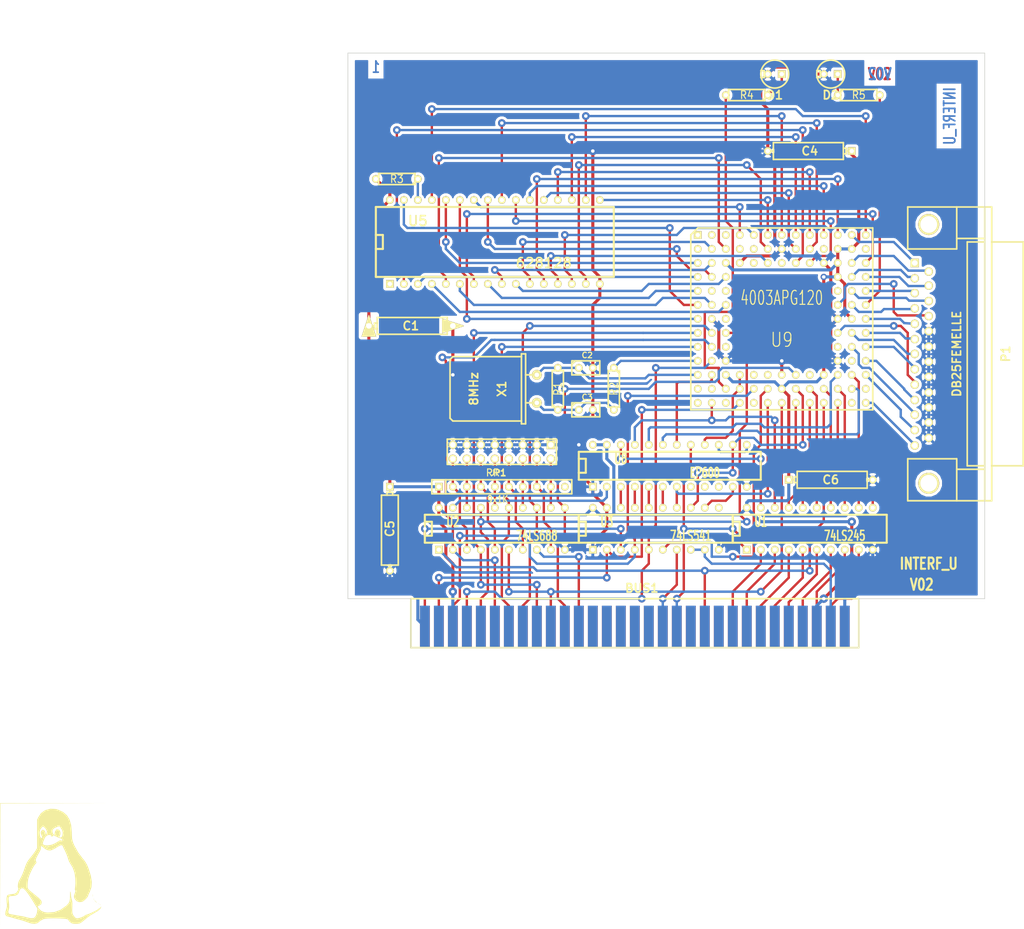
<source format=kicad_pcb>
(kicad_pcb (version 4) (host pcbnew "(2014-09-16 BZR 5138)-product")
  (title_block (title Demo) (rev 2.C) (company Kicad))
  (layers (0 Composant signal) (31 Cuivre signal) (34 B.Paste user) (35 F.Paste user) (36 B.SilkS user) (37 F.SilkS user) (38 B.Mask user) (39 F.Mask user) (44 Edge.Cuts user))
  (net 0 "")
  (net 1 /8MH-OUT)
  (net 2 /ACK)
  (net 3 /AUTOFD-)
  (net 4 /BIT0)
  (net 5 /BIT1)
  (net 6 /BIT2)
  (net 7 /BIT3)
  (net 8 /BIT4)
  (net 9 /BIT5)
  (net 10 /BIT6)
  (net 11 /BIT7)
  (net 12 /BUST+)
  (net 13 /CLKLCA)
  (net 14 /CS1-)
  (net 15 /D0)
  (net 16 /D1)
  (net 17 /D2)
  (net 18 /D3)
  (net 19 /D4)
  (net 20 /D5)
  (net 21 /D6)
  (net 22 /D7)
  (net 23 /DIR)
  (net 24 /DONE)
  (net 25 /ENBBUF)
  (net 26 /ERROR-)
  (net 27 /INIT-)
  (net 28 /LED1)
  (net 29 /LED2)
  (net 30 /MA0)
  (net 31 /MA1)
  (net 32 /MA10)
  (net 33 /MA11)
  (net 34 /MA12)
  (net 35 /MA13)
  (net 36 /MA14)
  (net 37 /MA15)
  (net 38 /MA16)
  (net 39 /MA2)
  (net 40 /MA3)
  (net 41 /MA4)
  (net 42 /MA5)
  (net 43 /MA6)
  (net 44 /MA7)
  (net 45 /MA8)
  (net 46 /MA9)
  (net 47 /MATCHL)
  (net 48 /MD0)
  (net 49 /MD1)
  (net 50 /MD2)
  (net 51 /MD3)
  (net 52 /MD4)
  (net 53 /MD5)
  (net 54 /MD6)
  (net 55 /MD7)
  (net 56 /OE-)
  (net 57 /PC-A0)
  (net 58 /PC-A1)
  (net 59 /PC-A10)
  (net 60 /PC-A11)
  (net 61 /PC-A2)
  (net 62 /PC-A3)
  (net 63 /PC-A4)
  (net 64 /PC-A5)
  (net 65 /PC-A6)
  (net 66 /PC-A7)
  (net 67 /PC-A8)
  (net 68 /PC-A9)
  (net 69 /PC-AEN)
  (net 70 /PC-DB0)
  (net 71 /PC-DB1)
  (net 72 /PC-DB2)
  (net 73 /PC-DB3)
  (net 74 /PC-DB4)
  (net 75 /PC-DB5)
  (net 76 /PC-DB6)
  (net 77 /PC-DB7)
  (net 78 /PC-IOR)
  (net 79 /PC-IOW)
  (net 80 /PC-RD)
  (net 81 /PC-RST)
  (net 82 /PC-WR)
  (net 83 /PE+)
  (net 84 /PROG-)
  (net 85 /REF10)
  (net 86 /REF11)
  (net 87 /REF4)
  (net 88 /REF5)
  (net 89 /REF6)
  (net 90 /REF7)
  (net 91 /REF8)
  (net 92 /REF9)
  (net 93 /RSTL)
  (net 94 /SEL_LPT)
  (net 95 /SLCT+)
  (net 96 /SLCTIN-)
  (net 97 /STROBE)
  (net 98 /WR-)
  (net 99 /WR_REG)
  (net 100 GND)
  (net 101 VCC)
  (net 102 "Net-(C2-Pad1)")
  (net 103 "Net-(C3-Pad1)")
  (net 104 "Net-(D1-Pad1)")
  (net 105 "Net-(D2-Pad1)")
  (net 106 "Net-(R3-Pad1)")
  (net 107 "Net-(U3-Pad15)")
  (net 108 "Net-(U3-Pad16)")
  (net 109 "Net-(U3-Pad17)")
  (net 110 "Net-(U3-Pad18)")
  (module "" (layer Composant) (at 25.9 181.9)
    (fp_text reference G1 hide)
    (fp_text value LOGO hide)
  )
  (module PGA120 (layer Composant) (at 158.115 82.55 180)
    (fp_text reference U9 (at 0 -3.81 180) (layer F.SilkS) (effects (font (size 2.54 2.032) (thickness 0.2032))))
    (fp_text value 4003APG120 (at 0 3.81 360) (layer F.SilkS) (effects (font (size 2.54 1.5748) (thickness 0.2032))))
    (pad N1 thru_hole circle (at 15.24 -15.24 180) (size 1.397 1.397) (drill 0.787399) (layers *.Cu *.Mask F.SilkS))
    (pad N2 thru_hole circle (at 12.7 -15.24 180) (size 1.397 1.397) (drill 0.787399) (layers *.Cu *.Mask F.SilkS) (net 15 /D0))
    (pad N3 thru_hole circle (at 10.16 -15.24 180) (size 1.397 1.397) (drill 0.787399) (layers *.Cu *.Mask F.SilkS))
    (pad M1 thru_hole circle (at 15.24 -12.7 180) (size 1.397 1.397) (drill 0.787399) (layers *.Cu *.Mask F.SilkS))
    (pad M2 thru_hole circle (at 12.7 -12.7 180) (size 1.397 1.397) (drill 0.787399) (layers *.Cu *.Mask F.SilkS))
    (pad M3 thru_hole circle (at 10.16 -12.7 180) (size 1.397 1.397) (drill 0.787399) (layers *.Cu *.Mask F.SilkS) (net 28 /LED1))
    (pad L1 thru_hole circle (at 15.24 -10.16 180) (size 1.397 1.397) (drill 0.787399) (layers *.Cu *.Mask F.SilkS) (net 102 "Net-(C2-Pad1)"))
    (pad L2 thru_hole circle (at 12.7 -10.16 180) (size 1.397 1.397) (drill 0.787399) (layers *.Cu *.Mask F.SilkS) (net 94 /SEL_LPT))
    (pad L3 thru_hole circle (at 10.16 -10.16 180) (size 1.397 1.397) (drill 0.787399) (layers *.Cu *.Mask F.SilkS) (net 101 VCC))
    (pad K1 thru_hole circle (at 15.24 -7.62 180) (size 1.397 1.397) (drill 0.787399) (layers *.Cu *.Mask F.SilkS) (net 1 /8MH-OUT))
    (pad K2 thru_hole circle (at 12.7 -7.62 180) (size 1.397 1.397) (drill 0.787399) (layers *.Cu *.Mask F.SilkS) (net 62 /PC-A3))
    (pad K3 thru_hole circle (at 10.16 -7.62 180) (size 1.397 1.397) (drill 0.787399) (layers *.Cu *.Mask F.SilkS) (net 100 GND))
    (pad J1 thru_hole circle (at 15.24 -5.08 180) (size 1.397 1.397) (drill 0.787399) (layers *.Cu *.Mask F.SilkS) (net 65 /PC-A6))
    (pad J2 thru_hole circle (at 12.7 -5.08 180) (size 1.397 1.397) (drill 0.787399) (layers *.Cu *.Mask F.SilkS) (net 64 /PC-A5))
    (pad J3 thru_hole circle (at 10.16 -5.08 180) (size 1.397 1.397) (drill 0.787399) (layers *.Cu *.Mask F.SilkS))
    (pad H1 thru_hole circle (at 15.24 -2.54 180) (size 1.397 1.397) (drill 0.787399) (layers *.Cu *.Mask F.SilkS) (net 67 /PC-A8))
    (pad H2 thru_hole circle (at 12.7 -2.54 180) (size 1.397 1.397) (drill 0.787399) (layers *.Cu *.Mask F.SilkS) (net 66 /PC-A7))
    (pad H3 thru_hole circle (at 10.16 -2.54 180) (size 1.397 1.397) (drill 0.787399) (layers *.Cu *.Mask F.SilkS) (net 63 /PC-A4))
    (pad G1 thru_hole circle (at 15.24 0 180) (size 1.397 1.397) (drill 0.787399) (layers *.Cu *.Mask F.SilkS) (net 45 /MA8))
    (pad G2 thru_hole circle (at 12.7 0 180) (size 1.397 1.397) (drill 0.787399) (layers *.Cu *.Mask F.SilkS) (net 100 GND))
    (pad G3 thru_hole circle (at 10.16 0 180) (size 1.397 1.397) (drill 0.787399) (layers *.Cu *.Mask F.SilkS))
    (pad F1 thru_hole circle (at 15.24 2.54 180) (size 1.397 1.397) (drill 0.787399) (layers *.Cu *.Mask F.SilkS) (net 37 /MA15))
    (pad F2 thru_hole circle (at 12.7 2.54 180) (size 1.397 1.397) (drill 0.787399) (layers *.Cu *.Mask F.SilkS) (net 43 /MA6))
    (pad F3 thru_hole circle (at 10.16 2.54 180) (size 1.397 1.397) (drill 0.787399) (layers *.Cu *.Mask F.SilkS) (net 34 /MA12))
    (pad E1 thru_hole circle (at 15.24 5.08 180) (size 1.397 1.397) (drill 0.787399) (layers *.Cu *.Mask F.SilkS) (net 41 /MA4))
    (pad E2 thru_hole circle (at 12.7 5.08 180) (size 1.397 1.397) (drill 0.787399) (layers *.Cu *.Mask F.SilkS))
    (pad E3 thru_hole circle (at 10.16 5.08 180) (size 1.397 1.397) (drill 0.787399) (layers *.Cu *.Mask F.SilkS))
    (pad D1 thru_hole circle (at 15.24 7.62 180) (size 1.397 1.397) (drill 0.787399) (layers *.Cu *.Mask F.SilkS) (net 36 /MA14))
    (pad D2 thru_hole circle (at 12.7 7.62 180) (size 1.397 1.397) (drill 0.787399) (layers *.Cu *.Mask F.SilkS) (net 33 /MA11))
    (pad D3 thru_hole circle (at 10.16 7.62 180) (size 1.397 1.397) (drill 0.787399) (layers *.Cu *.Mask F.SilkS) (net 39 /MA2))
    (pad C1 thru_hole circle (at 15.24 10.16 180) (size 1.397 1.397) (drill 0.787399) (layers *.Cu *.Mask F.SilkS) (net 35 /MA13))
    (pad C2 thru_hole circle (at 12.7 10.16 180) (size 1.397 1.397) (drill 0.787399) (layers *.Cu *.Mask F.SilkS) (net 40 /MA3))
    (pad C3 thru_hole circle (at 10.16 10.16 180) (size 1.397 1.397) (drill 0.787399) (layers *.Cu *.Mask F.SilkS) (net 101 VCC))
    (pad C4 thru_hole circle (at 7.62 10.16 180) (size 1.397 1.397) (drill 0.787399) (layers *.Cu *.Mask F.SilkS) (net 100 GND))
    (pad C5 thru_hole circle (at 5.08 10.16 180) (size 1.397 1.397) (drill 0.787399) (layers *.Cu *.Mask F.SilkS))
    (pad C6 thru_hole circle (at 2.54 10.16 180) (size 1.397 1.397) (drill 0.787399) (layers *.Cu *.Mask F.SilkS) (net 48 /MD0))
    (pad C7 thru_hole circle (at 0 10.16 180) (size 1.397 1.397) (drill 0.787399) (layers *.Cu *.Mask F.SilkS))
    (pad C8 thru_hole circle (at -2.54 10.16 180) (size 1.397 1.397) (drill 0.787399) (layers *.Cu *.Mask F.SilkS) (net 38 /MA16))
    (pad C9 thru_hole circle (at -5.08 10.16 180) (size 1.397 1.397) (drill 0.787399) (layers *.Cu *.Mask F.SilkS) (net 32 /MA10))
    (pad C10 thru_hole circle (at -7.62 10.16 180) (size 1.397 1.397) (drill 0.787399) (layers *.Cu *.Mask F.SilkS) (net 100 GND))
    (pad C11 thru_hole circle (at -10.16 10.16 180) (size 1.397 1.397) (drill 0.787399) (layers *.Cu *.Mask F.SilkS) (net 101 VCC))
    (pad C12 thru_hole circle (at -12.7 10.16 180) (size 1.397 1.397) (drill 0.787399) (layers *.Cu *.Mask F.SilkS) (net 3 /AUTOFD-))
    (pad C13 thru_hole circle (at -15.24 10.16 180) (size 1.397 1.397) (drill 0.787399) (layers *.Cu *.Mask F.SilkS) (net 42 /MA5))
    (pad B1 thru_hole circle (at 15.24 12.7 180) (size 1.397 1.397) (drill 0.787399) (layers *.Cu *.Mask F.SilkS))
    (pad B2 thru_hole circle (at 12.7 12.7 180) (size 1.397 1.397) (drill 0.787399) (layers *.Cu *.Mask F.SilkS) (net 31 /MA1))
    (pad B3 thru_hole circle (at 10.16 12.7 180) (size 1.397 1.397) (drill 0.787399) (layers *.Cu *.Mask F.SilkS) (net 44 /MA7))
    (pad B4 thru_hole circle (at 7.62 12.7 180) (size 1.397 1.397) (drill 0.787399) (layers *.Cu *.Mask F.SilkS))
    (pad B5 thru_hole circle (at 5.08 12.7 180) (size 1.397 1.397) (drill 0.787399) (layers *.Cu *.Mask F.SilkS))
    (pad B6 thru_hole circle (at 2.54 12.7 180) (size 1.397 1.397) (drill 0.787399) (layers *.Cu *.Mask F.SilkS) (net 50 /MD2))
    (pad B7 thru_hole circle (at 0 12.7 180) (size 1.397 1.397) (drill 0.787399) (layers *.Cu *.Mask F.SilkS) (net 100 GND))
    (pad B8 thru_hole circle (at -2.54 12.7 180) (size 1.397 1.397) (drill 0.787399) (layers *.Cu *.Mask F.SilkS) (net 55 /MD7))
    (pad B9 thru_hole circle (at -5.08 12.7 180) (size 1.397 1.397) (drill 0.787399) (layers *.Cu *.Mask F.SilkS) (net 56 /OE-))
    (pad B10 thru_hole circle (at -7.62 12.7 180) (size 1.397 1.397) (drill 0.787399) (layers *.Cu *.Mask F.SilkS))
    (pad B11 thru_hole circle (at -10.16 12.7 180) (size 1.397 1.397) (drill 0.787399) (layers *.Cu *.Mask F.SilkS) (net 101 VCC))
    (pad B12 thru_hole circle (at -12.7 12.7 180) (size 1.397 1.397) (drill 0.787399) (layers *.Cu *.Mask F.SilkS) (net 101 VCC))
    (pad B13 thru_hole circle (at -15.24 12.7 180) (size 1.397 1.397) (drill 0.787399) (layers *.Cu *.Mask F.SilkS))
    (pad A1 thru_hole rect (at 15.24 15.24 180) (size 1.397 1.397) (drill 0.787399) (layers *.Cu *.Mask F.SilkS))
    (pad A2 thru_hole circle (at 12.7 15.24 180) (size 1.397 1.397) (drill 0.787399) (layers *.Cu *.Mask F.SilkS))
    (pad A3 thru_hole circle (at 10.16 15.24 180) (size 1.397 1.397) (drill 0.787399) (layers *.Cu *.Mask F.SilkS))
    (pad A4 thru_hole circle (at 7.62 15.24 180) (size 1.397 1.397) (drill 0.787399) (layers *.Cu *.Mask F.SilkS) (net 46 /MA9))
    (pad A5 thru_hole circle (at 5.08 15.24 180) (size 1.397 1.397) (drill 0.787399) (layers *.Cu *.Mask F.SilkS) (net 49 /MD1))
    (pad A6 thru_hole circle (at 2.54 15.24 180) (size 1.397 1.397) (drill 0.787399) (layers *.Cu *.Mask F.SilkS) (net 51 /MD3))
    (pad A7 thru_hole circle (at 0 15.24 180) (size 1.397 1.397) (drill 0.787399) (layers *.Cu *.Mask F.SilkS) (net 52 /MD4))
    (pad A8 thru_hole circle (at -2.54 15.24 180) (size 1.397 1.397) (drill 0.787399) (layers *.Cu *.Mask F.SilkS) (net 53 /MD5))
    (pad A9 thru_hole circle (at -5.08 15.24 180) (size 1.397 1.397) (drill 0.787399) (layers *.Cu *.Mask F.SilkS) (net 54 /MD6))
    (pad A10 thru_hole circle (at -7.62 15.24 180) (size 1.397 1.397) (drill 0.787399) (layers *.Cu *.Mask F.SilkS) (net 14 /CS1-))
    (pad A11 thru_hole circle (at -10.16 15.24 180) (size 1.397 1.397) (drill 0.787399) (layers *.Cu *.Mask F.SilkS) (net 30 /MA0))
    (pad A12 thru_hole circle (at -12.7 15.24 180) (size 1.397 1.397) (drill 0.787399) (layers *.Cu *.Mask F.SilkS) (net 97 /STROBE))
    (pad A13 thru_hole circle (at -15.24 15.24 180) (size 1.397 1.397) (drill 0.787399) (layers *.Cu *.Mask F.SilkS) (net 98 /WR-))
    (pad N4 thru_hole circle (at 7.62 -15.24 180) (size 1.397 1.397) (drill 0.787399) (layers *.Cu *.Mask F.SilkS) (net 58 /PC-A1))
    (pad N5 thru_hole circle (at 5.08 -15.24 180) (size 1.397 1.397) (drill 0.787399) (layers *.Cu *.Mask F.SilkS))
    (pad N6 thru_hole circle (at 2.54 -15.24 180) (size 1.397 1.397) (drill 0.787399) (layers *.Cu *.Mask F.SilkS) (net 82 /PC-WR))
    (pad N7 thru_hole circle (at 0 -15.24 180) (size 1.397 1.397) (drill 0.787399) (layers *.Cu *.Mask F.SilkS) (net 68 /PC-A9))
    (pad N8 thru_hole circle (at -2.54 -15.24 180) (size 1.397 1.397) (drill 0.787399) (layers *.Cu *.Mask F.SilkS) (net 16 /D1))
    (pad N9 thru_hole circle (at -5.08 -15.24 180) (size 1.397 1.397) (drill 0.787399) (layers *.Cu *.Mask F.SilkS) (net 17 /D2))
    (pad N10 thru_hole circle (at -7.62 -15.24 180) (size 1.397 1.397) (drill 0.787399) (layers *.Cu *.Mask F.SilkS) (net 69 /PC-AEN))
    (pad N11 thru_hole circle (at -10.16 -15.24 180) (size 1.397 1.397) (drill 0.787399) (layers *.Cu *.Mask F.SilkS) (net 20 /D5))
    (pad N12 thru_hole circle (at -12.7 -15.24 180) (size 1.397 1.397) (drill 0.787399) (layers *.Cu *.Mask F.SilkS))
    (pad N13 thru_hole circle (at -15.24 -15.24 180) (size 1.397 1.397) (drill 0.787399) (layers *.Cu *.Mask F.SilkS) (net 95 /SLCT+))
    (pad M4 thru_hole circle (at 7.62 -12.7 180) (size 1.397 1.397) (drill 0.787399) (layers *.Cu *.Mask F.SilkS) (net 13 /CLKLCA))
    (pad M5 thru_hole circle (at 5.08 -12.7 180) (size 1.397 1.397) (drill 0.787399) (layers *.Cu *.Mask F.SilkS) (net 61 /PC-A2))
    (pad M6 thru_hole circle (at 2.54 -12.7 180) (size 1.397 1.397) (drill 0.787399) (layers *.Cu *.Mask F.SilkS) (net 57 /PC-A0))
    (pad M7 thru_hole circle (at 0 -12.7 180) (size 1.397 1.397) (drill 0.787399) (layers *.Cu *.Mask F.SilkS) (net 101 VCC))
    (pad M8 thru_hole circle (at -2.54 -12.7 180) (size 1.397 1.397) (drill 0.787399) (layers *.Cu *.Mask F.SilkS) (net 80 /PC-RD))
    (pad M9 thru_hole circle (at -5.08 -12.7 180) (size 1.397 1.397) (drill 0.787399) (layers *.Cu *.Mask F.SilkS) (net 18 /D3))
    (pad M10 thru_hole circle (at -7.62 -12.7 180) (size 1.397 1.397) (drill 0.787399) (layers *.Cu *.Mask F.SilkS) (net 19 /D4))
    (pad M11 thru_hole circle (at -10.16 -12.7 180) (size 1.397 1.397) (drill 0.787399) (layers *.Cu *.Mask F.SilkS) (net 21 /D6))
    (pad M12 thru_hole circle (at -12.7 -12.7 180) (size 1.397 1.397) (drill 0.787399) (layers *.Cu *.Mask F.SilkS) (net 84 /PROG-))
    (pad M13 thru_hole circle (at -15.24 -12.7 180) (size 1.397 1.397) (drill 0.787399) (layers *.Cu *.Mask F.SilkS))
    (pad L4 thru_hole circle (at 7.62 -10.16 180) (size 1.397 1.397) (drill 0.787399) (layers *.Cu *.Mask F.SilkS) (net 13 /CLKLCA))
    (pad L5 thru_hole circle (at 5.08 -10.16 180) (size 1.397 1.397) (drill 0.787399) (layers *.Cu *.Mask F.SilkS))
    (pad L6 thru_hole circle (at 2.54 -10.16 180) (size 1.397 1.397) (drill 0.787399) (layers *.Cu *.Mask F.SilkS))
    (pad L7 thru_hole circle (at 0 -10.16 180) (size 1.397 1.397) (drill 0.787399) (layers *.Cu *.Mask F.SilkS) (net 100 GND))
    (pad L8 thru_hole circle (at -2.54 -10.16 180) (size 1.397 1.397) (drill 0.787399) (layers *.Cu *.Mask F.SilkS) (net 59 /PC-A10))
    (pad L9 thru_hole circle (at -5.08 -10.16 180) (size 1.397 1.397) (drill 0.787399) (layers *.Cu *.Mask F.SilkS))
    (pad L10 thru_hole circle (at -7.62 -10.16 180) (size 1.397 1.397) (drill 0.787399) (layers *.Cu *.Mask F.SilkS) (net 101 VCC))
    (pad L11 thru_hole circle (at -10.16 -10.16 180) (size 1.397 1.397) (drill 0.787399) (layers *.Cu *.Mask F.SilkS) (net 24 /DONE))
    (pad L12 thru_hole circle (at -12.7 -10.16 180) (size 1.397 1.397) (drill 0.787399) (layers *.Cu *.Mask F.SilkS) (net 22 /D7))
    (pad L13 thru_hole circle (at -15.24 -10.16 180) (size 1.397 1.397) (drill 0.787399) (layers *.Cu *.Mask F.SilkS) (net 83 /PE+))
    (pad K11 thru_hole circle (at -10.16 -7.62 180) (size 1.397 1.397) (drill 0.787399) (layers *.Cu *.Mask F.SilkS) (net 100 GND))
    (pad K12 thru_hole circle (at -12.7 -7.62 180) (size 1.397 1.397) (drill 0.787399) (layers *.Cu *.Mask F.SilkS))
    (pad K13 thru_hole circle (at -15.24 -7.62 180) (size 1.397 1.397) (drill 0.787399) (layers *.Cu *.Mask F.SilkS) (net 2 /ACK))
    (pad J11 thru_hole circle (at -10.16 -5.08 180) (size 1.397 1.397) (drill 0.787399) (layers *.Cu *.Mask F.SilkS))
    (pad J12 thru_hole circle (at -12.7 -5.08 180) (size 1.397 1.397) (drill 0.787399) (layers *.Cu *.Mask F.SilkS) (net 12 /BUST+))
    (pad J13 thru_hole circle (at -15.24 -5.08 180) (size 1.397 1.397) (drill 0.787399) (layers *.Cu *.Mask F.SilkS) (net 10 /BIT6))
    (pad H11 thru_hole circle (at -10.16 -2.54 180) (size 1.397 1.397) (drill 0.787399) (layers *.Cu *.Mask F.SilkS) (net 11 /BIT7))
    (pad H12 thru_hole circle (at -12.7 -2.54 180) (size 1.397 1.397) (drill 0.787399) (layers *.Cu *.Mask F.SilkS) (net 9 /BIT5))
    (pad H13 thru_hole circle (at -15.24 -2.54 180) (size 1.397 1.397) (drill 0.787399) (layers *.Cu *.Mask F.SilkS) (net 8 /BIT4))
    (pad G11 thru_hole circle (at -10.16 0 180) (size 1.397 1.397) (drill 0.787399) (layers *.Cu *.Mask F.SilkS) (net 100 GND))
    (pad G12 thru_hole circle (at -12.7 0 180) (size 1.397 1.397) (drill 0.787399) (layers *.Cu *.Mask F.SilkS) (net 101 VCC))
    (pad G13 thru_hole circle (at -15.24 0 180) (size 1.397 1.397) (drill 0.787399) (layers *.Cu *.Mask F.SilkS) (net 7 /BIT3))
    (pad F11 thru_hole circle (at -10.16 2.54 180) (size 1.397 1.397) (drill 0.787399) (layers *.Cu *.Mask F.SilkS) (net 96 /SLCTIN-))
    (pad F12 thru_hole circle (at -12.7 2.54 180) (size 1.397 1.397) (drill 0.787399) (layers *.Cu *.Mask F.SilkS) (net 6 /BIT2))
    (pad F13 thru_hole circle (at -15.24 2.54 180) (size 1.397 1.397) (drill 0.787399) (layers *.Cu *.Mask F.SilkS) (net 29 /LED2))
    (pad E11 thru_hole circle (at -10.16 5.08 180) (size 1.397 1.397) (drill 0.787399) (layers *.Cu *.Mask F.SilkS))
    (pad E12 thru_hole circle (at -12.7 5.08 180) (size 1.397 1.397) (drill 0.787399) (layers *.Cu *.Mask F.SilkS) (net 27 /INIT-))
    (pad E13 thru_hole circle (at -15.24 5.08 180) (size 1.397 1.397) (drill 0.787399) (layers *.Cu *.Mask F.SilkS) (net 5 /BIT1))
    (pad D11 thru_hole circle (at -10.16 7.62 180) (size 1.397 1.397) (drill 0.787399) (layers *.Cu *.Mask F.SilkS) (net 101 VCC))
    (pad D12 thru_hole circle (at -12.7 7.62 180) (size 1.397 1.397) (drill 0.787399) (layers *.Cu *.Mask F.SilkS) (net 4 /BIT0))
    (pad D13 thru_hole circle (at -15.24 7.62 180) (size 1.397 1.397) (drill 0.787399) (layers *.Cu *.Mask F.SilkS) (net 26 /ERROR-))
  )
  (module r_pack9 (layer Composant) (at 107.315 113.03)
    (fp_text reference RR1 (at -1.016 -2.54) (layer F.SilkS) (effects (font (size 1.27 1.27) (thickness 0.2032))))
    (fp_text value 9x1K (at -0.762 2.286) (layer F.SilkS) (effects (font (size 1.27 1.016) (thickness 0.2032))))
    (pad 1 thru_hole rect (at -11.43 0) (size 1.397 1.397) (drill 0.812799) (layers *.Cu *.Mask F.SilkS) (net 101 VCC))
    (pad 2 thru_hole circle (at -8.89 0) (size 1.397 1.397) (drill 0.812799) (layers *.Cu *.Mask F.SilkS) (net 88 /REF5))
    (pad 3 thru_hole circle (at -6.35 0) (size 1.397 1.397) (drill 0.812799) (layers *.Cu *.Mask F.SilkS) (net 87 /REF4))
    (pad 4 thru_hole circle (at -3.81 0) (size 1.397 1.397) (drill 0.812799) (layers *.Cu *.Mask F.SilkS) (net 91 /REF8))
    (pad 5 thru_hole circle (at -1.27 0) (size 1.397 1.397) (drill 0.812799) (layers *.Cu *.Mask F.SilkS) (net 89 /REF6))
    (pad 6 thru_hole circle (at 1.27 0) (size 1.397 1.397) (drill 0.812799) (layers *.Cu *.Mask F.SilkS) (net 92 /REF9))
    (pad 7 thru_hole circle (at 3.81 0) (size 1.397 1.397) (drill 0.812799) (layers *.Cu *.Mask F.SilkS) (net 90 /REF7))
    (pad 8 thru_hole circle (at 6.35 0) (size 1.397 1.397) (drill 0.812799) (layers *.Cu *.Mask F.SilkS) (net 86 /REF11))
    (pad 9 thru_hole circle (at 8.89 0) (size 1.397 1.397) (drill 0.812799) (layers *.Cu *.Mask F.SilkS) (net 85 /REF10))
    (pad 10 thru_hole circle (at 11.43 0) (size 1.397 1.397) (drill 0.812799) (layers *.Cu *.Mask F.SilkS))
  )
  (module HC-18UH (layer Composant) (at 113.665 95.25 270)
    (fp_text reference X1 (at 0 6.35 270) (layer F.SilkS) (effects (font (thickness 0.3048))))
    (fp_text value 8MHz (at 0 11.43 270) (layer F.SilkS) (effects (font (thickness 0.3048))))
    (pad 1 thru_hole circle (at -2.54 0 270) (size 1.778 1.778) (drill 0.812799) (layers *.Cu *.Mask F.SilkS) (net 102 "Net-(C2-Pad1)"))
    (pad 2 thru_hole circle (at 2.54 0 270) (size 1.778 1.778) (drill 0.812799) (layers *.Cu *.Mask F.SilkS) (net 103 "Net-(C3-Pad1)"))
  )
  (module C1 (layer Composant) (at 122.555 91.44)
    (fp_text reference C2 (at 0.254 -2.286) (layer F.SilkS) (effects (font (size 1.016 1.016) (thickness 0.2032))))
    (fp_text value 47pF hide)
    (pad 1 thru_hole circle (at -1.27 0) (size 1.397 1.397) (drill 0.812799) (layers *.Cu *.Mask F.SilkS) (net 102 "Net-(C2-Pad1)"))
    (pad 2 thru_hole circle (at 1.27 0) (size 1.397 1.397) (drill 0.812799) (layers *.Cu *.Mask F.SilkS) (net 100 GND))
  )
  (module C1 (layer Composant) (at 122.555 99.06)
    (fp_text reference C3 (at 0.254 -2.286) (layer F.SilkS) (effects (font (size 1.016 1.016) (thickness 0.2032))))
    (fp_text value 47pF hide)
    (pad 1 thru_hole circle (at -1.27 0) (size 1.397 1.397) (drill 0.812799) (layers *.Cu *.Mask F.SilkS) (net 103 "Net-(C3-Pad1)"))
    (pad 2 thru_hole circle (at 1.27 0) (size 1.397 1.397) (drill 0.812799) (layers *.Cu *.Mask F.SilkS) (net 100 GND))
  )
  (module CP6 (layer Composant) (at 90.805 83.82)
    (fp_text reference C1 (at 0 0) (layer F.SilkS) (effects (font (thickness 0.3048))))
    (fp_text value 47uF hide)
    (pad 1 thru_hole trapezoid (at -7.62 0) (size 1.397 3.937) (rect_delta 0 1.27) (drill 1.016) (layers *.Cu *.Paste *.Mask F.Adhes F.SilkS) (net 101 VCC))
    (pad 2 thru_hole trapezoid (at 7.62 0) (size 3.937 1.397) (rect_delta 1.27 0) (drill 1.016) (layers *.Cu *.Mask F.Paste F.SilkS) (net 100 GND))
  )
  (module CP6 (layer Composant) (at 163.195 52.07 180)
    (fp_text reference C4 (at 0 0 180) (layer F.SilkS) (effects (font (thickness 0.3048))))
    (fp_text value 47uF hide)
    (pad 1 thru_hole rect (at -7.62 0 180) (size 1.397 1.397) (drill 0.812799) (layers *.Cu *.Mask F.SilkS) (net 101 VCC))
    (pad 2 thru_hole circle (at 7.62 0 180) (size 1.397 1.397) (drill 0.812799) (layers *.Cu *.Mask F.SilkS) (net 100 GND))
  )
  (module CP6 (layer Composant) (at 86.995 120.65 270)
    (fp_text reference C5 (at 0 0 270) (layer F.SilkS) (effects (font (thickness 0.3048))))
    (fp_text value 47uF hide)
    (pad 1 thru_hole rect (at -7.62 0 270) (size 1.397 1.397) (drill 0.812799) (layers *.Cu *.Mask F.SilkS) (net 101 VCC))
    (pad 2 thru_hole circle (at 7.62 0 270) (size 1.397 1.397) (drill 0.812799) (layers *.Cu *.Mask F.SilkS) (net 100 GND))
  )
  (module CP6 (layer Composant) (at 167.005 111.76)
    (fp_text reference C6 (at 0 0) (layer F.SilkS) (effects (font (thickness 0.3048))))
    (fp_text value 47uF hide)
    (pad 1 thru_hole rect (at -7.62 0) (size 1.397 1.397) (drill 0.812799) (layers *.Cu *.Mask F.SilkS) (net 101 VCC))
    (pad 2 thru_hole circle (at 7.62 0) (size 1.397 1.397) (drill 0.812799) (layers *.Cu *.Mask F.SilkS) (net 100 GND))
  )
  (module R3 (layer Composant) (at 117.475 95.25 90)
    (fp_text reference R1 (at 0 0 90) (layer F.SilkS) (effects (font (size 1.397 1.27) (thickness 0.2032))))
    (fp_text value 100K hide)
    (pad 1 thru_hole circle (at -3.81 0 90) (size 1.397 1.397) (drill 0.812799) (layers *.Cu *.Mask F.SilkS) (net 103 "Net-(C3-Pad1)"))
    (pad 2 thru_hole circle (at 3.81 0 90) (size 1.397 1.397) (drill 0.812799) (layers *.Cu *.Mask F.SilkS) (net 102 "Net-(C2-Pad1)"))
  )
  (module R3 (layer Composant) (at 127.635 95.25 270)
    (fp_text reference R2 (at 0 0 270) (layer F.SilkS) (effects (font (size 1.397 1.27) (thickness 0.2032))))
    (fp_text value 1K hide)
    (pad 1 thru_hole circle (at -3.81 0 270) (size 1.397 1.397) (drill 0.812799) (layers *.Cu *.Mask F.SilkS) (net 1 /8MH-OUT))
    (pad 2 thru_hole circle (at 3.81 0 270) (size 1.397 1.397) (drill 0.812799) (layers *.Cu *.Mask F.SilkS) (net 103 "Net-(C3-Pad1)"))
  )
  (module R3 (layer Composant) (at 88.265 57.15 180)
    (fp_text reference R3 (at 0 0 180) (layer F.SilkS) (effects (font (size 1.397 1.27) (thickness 0.2032))))
    (fp_text value 10K hide)
    (pad 1 thru_hole circle (at -3.81 0 180) (size 1.397 1.397) (drill 0.812799) (layers *.Cu *.Mask F.SilkS) (net 106 "Net-(R3-Pad1)"))
    (pad 2 thru_hole circle (at 3.81 0 180) (size 1.397 1.397) (drill 0.812799) (layers *.Cu *.Mask F.SilkS) (net 101 VCC))
  )
  (module R3 (layer Composant) (at 151.765 41.91 180)
    (fp_text reference R4 (at 0 0 180) (layer F.SilkS) (effects (font (size 1.397 1.27) (thickness 0.2032))))
    (fp_text value 330 hide)
    (pad 1 thru_hole circle (at -3.81 0 180) (size 1.397 1.397) (drill 0.812799) (layers *.Cu *.Mask F.SilkS) (net 104 "Net-(D1-Pad1)"))
    (pad 2 thru_hole circle (at 3.81 0 180) (size 1.397 1.397) (drill 0.812799) (layers *.Cu *.Mask F.SilkS) (net 28 /LED1))
  )
  (module R3 (layer Composant) (at 172.085 41.91)
    (fp_text reference R5 (at 0 0) (layer F.SilkS) (effects (font (size 1.397 1.27) (thickness 0.2032))))
    (fp_text value 330 hide)
    (pad 1 thru_hole circle (at -3.81 0) (size 1.397 1.397) (drill 0.812799) (layers *.Cu *.Mask F.SilkS) (net 105 "Net-(D2-Pad1)"))
    (pad 2 thru_hole circle (at 3.81 0) (size 1.397 1.397) (drill 0.812799) (layers *.Cu *.Mask F.SilkS) (net 29 /LED2))
  )
  (module LEDV (layer Composant) (at 167.005 38.1 180)
    (fp_text reference D2 (at 0 -3.81 180) (layer F.SilkS) (effects (font (thickness 0.3048))))
    (fp_text value LED hide)
    (pad 1 thru_hole rect (at -1.27 0 180) (size 1.397 1.397) (drill 0.812799) (layers *.Cu *.Mask F.SilkS) (net 105 "Net-(D2-Pad1)"))
    (pad 2 thru_hole circle (at 1.27 0 180) (size 1.397 1.397) (drill 0.812799) (layers *.Cu *.Mask F.SilkS) (net 100 GND))
  )
  (module LEDV (layer Composant) (at 156.845 38.1 180)
    (fp_text reference D1 (at 0 -3.81 180) (layer F.SilkS) (effects (font (thickness 0.3048))))
    (fp_text value LED hide)
    (pad 1 thru_hole rect (at -1.27 0 180) (size 1.397 1.397) (drill 0.812799) (layers *.Cu *.Mask F.SilkS) (net 104 "Net-(D1-Pad1)"))
    (pad 2 thru_hole circle (at 1.27 0 180) (size 1.397 1.397) (drill 0.812799) (layers *.Cu *.Mask F.SilkS) (net 100 GND))
  )
  (module BUS_PC (layer Composant) (at 131.445 138.43)
    (fp_text reference BUS1 (at 1.27 -6.985) (layer F.SilkS) (effects (font (thickness 0.3048))))
    (fp_text value BUSPC hide)
    (pad 1 connect rect (at 38.1 0) (size 1.778 7.62) (layers Cuivre B.Mask) (net 100 GND))
    (pad 2 connect rect (at 35.56 0) (size 1.778 7.62) (layers Cuivre B.Mask) (net 81 /PC-RST))
    (pad 3 connect rect (at 33.02 0) (size 1.778 7.62) (layers Cuivre B.Mask) (net 101 VCC))
    (pad 4 connect rect (at 30.48 0) (size 1.778 7.62) (layers Cuivre B.Mask))
    (pad 5 connect rect (at 27.94 0) (size 1.778 7.62) (layers Cuivre B.Mask))
    (pad 6 connect rect (at 25.4 0) (size 1.778 7.62) (layers Cuivre B.Mask))
    (pad 7 connect rect (at 22.86 0) (size 1.778 7.62) (layers Cuivre B.Mask))
    (pad 8 connect rect (at 20.32 0) (size 1.778 7.62) (layers Cuivre B.Mask))
    (pad 9 connect rect (at 17.78 0) (size 1.778 7.62) (layers Cuivre B.Mask))
    (pad 10 connect rect (at 15.24 0) (size 1.778 7.62) (layers Cuivre B.Mask))
    (pad 11 connect rect (at 12.7 0) (size 1.778 7.62) (layers Cuivre B.Mask))
    (pad 12 connect rect (at 10.16 0) (size 1.778 7.62) (layers Cuivre B.Mask))
    (pad 13 connect rect (at 7.62 0) (size 1.778 7.62) (layers Cuivre B.Mask) (net 79 /PC-IOW))
    (pad 14 connect rect (at 5.08 0) (size 1.778 7.62) (layers Cuivre B.Mask) (net 78 /PC-IOR))
    (pad 15 connect rect (at 2.54 0) (size 1.778 7.62) (layers Cuivre B.Mask))
    (pad 16 connect rect (at 0 0) (size 1.778 7.62) (layers Cuivre B.Mask))
    (pad 17 connect rect (at -2.54 0) (size 1.778 7.62) (layers Cuivre B.Mask))
    (pad 18 connect rect (at -5.08 0) (size 1.778 7.62) (layers Cuivre B.Mask))
    (pad 19 connect rect (at -7.62 0) (size 1.778 7.62) (layers Cuivre B.Mask))
    (pad 20 connect rect (at -10.16 0) (size 1.778 7.62) (layers Cuivre B.Mask))
    (pad 21 connect rect (at -12.7 0) (size 1.778 7.62) (layers Cuivre B.Mask))
    (pad 22 connect rect (at -15.24 0) (size 1.778 7.62) (layers Cuivre B.Mask))
    (pad 23 connect rect (at -17.78 0) (size 1.778 7.62) (layers Cuivre B.Mask))
    (pad 24 connect rect (at -20.32 0) (size 1.778 7.62) (layers Cuivre B.Mask))
    (pad 25 connect rect (at -22.86 0) (size 1.778 7.62) (layers Cuivre B.Mask))
    (pad 26 connect rect (at -25.4 0) (size 1.778 7.62) (layers Cuivre B.Mask))
    (pad 27 connect rect (at -27.94 0) (size 1.778 7.62) (layers Cuivre B.Mask))
    (pad 28 connect rect (at -30.48 0) (size 1.778 7.62) (layers Cuivre B.Mask))
    (pad 29 connect rect (at -33.02 0) (size 1.778 7.62) (layers Cuivre B.Mask) (net 101 VCC))
    (pad 30 connect rect (at -35.56 0) (size 1.778 7.62) (layers Cuivre B.Mask))
    (pad 31 connect rect (at -38.1 0) (size 1.778 7.62) (layers Cuivre B.Mask) (net 100 GND))
    (pad 32 connect rect (at 38.1 0) (size 1.778 7.62) (layers Composant F.Mask))
    (pad 33 connect rect (at 35.56 0) (size 1.778 7.62) (layers Composant F.Mask) (net 77 /PC-DB7))
    (pad 34 connect rect (at 33.02 0) (size 1.778 7.62) (layers Composant F.Mask) (net 76 /PC-DB6))
    (pad 35 connect rect (at 30.48 0) (size 1.778 7.62) (layers Composant F.Mask) (net 75 /PC-DB5))
    (pad 36 connect rect (at 27.94 0) (size 1.778 7.62) (layers Composant F.Mask) (net 74 /PC-DB4))
    (pad 37 connect rect (at 25.4 0) (size 1.778 7.62) (layers Composant F.Mask) (net 73 /PC-DB3))
    (pad 38 connect rect (at 22.86 0) (size 1.778 7.62) (layers Composant F.Mask) (net 72 /PC-DB2))
    (pad 39 connect rect (at 20.32 0) (size 1.778 7.62) (layers Composant F.Mask) (net 71 /PC-DB1))
    (pad 40 connect rect (at 17.78 0) (size 1.778 7.62) (layers Composant F.Mask) (net 70 /PC-DB0))
    (pad 41 connect rect (at 15.24 0) (size 1.778 7.62) (layers Composant F.Mask))
    (pad 42 connect rect (at 12.7 0) (size 1.778 7.62) (layers Composant F.Mask) (net 69 /PC-AEN))
    (pad 43 connect rect (at 10.16 0) (size 1.778 7.62) (layers Composant F.Mask))
    (pad 44 connect rect (at 7.62 0) (size 1.778 7.62) (layers Composant F.Mask))
    (pad 45 connect rect (at 5.08 0) (size 1.778 7.62) (layers Composant F.Mask))
    (pad 46 connect rect (at 2.54 0) (size 1.778 7.62) (layers Composant F.Mask))
    (pad 47 connect rect (at 0 0) (size 1.778 7.62) (layers Composant F.Mask))
    (pad 48 connect rect (at -2.54 0) (size 1.778 7.62) (layers Composant F.Mask))
    (pad 49 connect rect (at -5.08 0) (size 1.778 7.62) (layers Composant F.Mask))
    (pad 50 connect rect (at -7.62 0) (size 1.778 7.62) (layers Composant F.Mask))
    (pad 51 connect rect (at -10.16 0) (size 1.778 7.62) (layers Composant F.Mask) (net 60 /PC-A11))
    (pad 52 connect rect (at -12.7 0) (size 1.778 7.62) (layers Composant F.Mask) (net 59 /PC-A10))
    (pad 53 connect rect (at -15.24 0) (size 1.778 7.62) (layers Composant F.Mask) (net 68 /PC-A9))
    (pad 54 connect rect (at -17.78 0) (size 1.778 7.62) (layers Composant F.Mask) (net 67 /PC-A8))
    (pad 55 connect rect (at -20.32 0) (size 1.778 7.62) (layers Composant F.Mask) (net 66 /PC-A7))
    (pad 56 connect rect (at -22.86 0) (size 1.778 7.62) (layers Composant F.Mask) (net 65 /PC-A6))
    (pad 57 connect rect (at -25.4 0) (size 1.778 7.62) (layers Composant F.Mask) (net 64 /PC-A5))
    (pad 58 connect rect (at -27.94 0) (size 1.778 7.62) (layers Composant F.Mask) (net 63 /PC-A4))
    (pad 59 connect rect (at -30.48 0) (size 1.778 7.62) (layers Composant F.Mask) (net 62 /PC-A3))
    (pad 60 connect rect (at -33.02 0) (size 1.778 7.62) (layers Composant F.Mask) (net 61 /PC-A2))
    (pad 61 connect rect (at -35.56 0) (size 1.778 7.62) (layers Composant F.Mask) (net 58 /PC-A1))
    (pad 62 connect rect (at -38.1 0) (size 1.778 7.62) (layers Composant F.Mask) (net 57 /PC-A0))
  )
  (module pin_array_8x2 (layer Composant) (at 107.315 106.68 180)
    (fp_text reference JP1 (at 0.635 -3.81 180) (layer F.SilkS) (effects (font (size 1.016 1.016) (thickness 0.2032))))
    (fp_text value CONN_8X2 hide)
    (pad 1 thru_hole rect (at -8.89 1.27 180) (size 1.524 1.524) (drill 1.016) (layers *.Cu *.Mask F.SilkS) (net 100 GND))
    (pad 2 thru_hole circle (at -8.89 -1.27 180) (size 1.524 1.524) (drill 1.016) (layers *.Cu *.Mask F.SilkS) (net 85 /REF10))
    (pad 3 thru_hole circle (at -6.35 1.27 180) (size 1.524 1.524) (drill 1.016) (layers *.Cu *.Mask F.SilkS) (net 100 GND))
    (pad 4 thru_hole circle (at -6.35 -1.27 180) (size 1.524 1.524) (drill 1.016) (layers *.Cu *.Mask F.SilkS) (net 86 /REF11))
    (pad 5 thru_hole circle (at -3.81 1.27 180) (size 1.524 1.524) (drill 1.016) (layers *.Cu *.Mask F.SilkS) (net 100 GND))
    (pad 6 thru_hole circle (at -3.81 -1.27 180) (size 1.524 1.524) (drill 1.016) (layers *.Cu *.Mask F.SilkS) (net 90 /REF7))
    (pad 7 thru_hole circle (at -1.27 1.27 180) (size 1.524 1.524) (drill 1.016) (layers *.Cu *.Mask F.SilkS) (net 100 GND))
    (pad 8 thru_hole circle (at -1.27 -1.27 180) (size 1.524 1.524) (drill 1.016) (layers *.Cu *.Mask F.SilkS) (net 92 /REF9))
    (pad 9 thru_hole circle (at 1.27 1.27 180) (size 1.524 1.524) (drill 1.016) (layers *.Cu *.Mask F.SilkS) (net 100 GND))
    (pad 10 thru_hole circle (at 1.27 -1.27 180) (size 1.524 1.524) (drill 1.016) (layers *.Cu *.Mask F.SilkS) (net 89 /REF6))
    (pad 11 thru_hole circle (at 3.81 1.27 180) (size 1.524 1.524) (drill 1.016) (layers *.Cu *.Mask F.SilkS) (net 100 GND))
    (pad 12 thru_hole circle (at 3.81 -1.27 180) (size 1.524 1.524) (drill 1.016) (layers *.Cu *.Mask F.SilkS) (net 91 /REF8))
    (pad 13 thru_hole circle (at 6.35 1.27 180) (size 1.524 1.524) (drill 1.016) (layers *.Cu *.Mask F.SilkS) (net 100 GND))
    (pad 14 thru_hole circle (at 6.35 -1.27 180) (size 1.524 1.524) (drill 1.016) (layers *.Cu *.Mask F.SilkS) (net 87 /REF4))
    (pad 15 thru_hole circle (at 8.89 1.27 180) (size 1.524 1.524) (drill 1.016) (layers *.Cu *.Mask F.SilkS) (net 100 GND))
    (pad 16 thru_hole circle (at 8.89 -1.27 180) (size 1.524 1.524) (drill 1.016) (layers *.Cu *.Mask F.SilkS) (net 88 /REF5))
  )
  (module DIP-32__600 (layer Composant) (at 106.045 68.58)
    (fp_text reference U5 (at -13.97 -3.81) (layer F.SilkS) (effects (font (size 1.778 1.778) (thickness 0.3048))))
    (fp_text value 628128 (at 8.89 3.81) (layer F.SilkS) (effects (font (size 1.778 1.778) (thickness 0.3048))))
    (pad 1 thru_hole rect (at -19.05 7.62) (size 1.397 1.397) (drill 0.812799) (layers *.Cu *.Mask F.SilkS))
    (pad 2 thru_hole circle (at -16.51 7.62) (size 1.397 1.397) (drill 0.812799) (layers *.Cu *.Mask F.SilkS) (net 38 /MA16))
    (pad 3 thru_hole circle (at -13.97 7.62) (size 1.397 1.397) (drill 0.812799) (layers *.Cu *.Mask F.SilkS) (net 36 /MA14))
    (pad 4 thru_hole circle (at -11.43 7.62) (size 1.397 1.397) (drill 0.812799) (layers *.Cu *.Mask F.SilkS) (net 34 /MA12))
    (pad 5 thru_hole circle (at -8.89 7.62) (size 1.397 1.397) (drill 0.812799) (layers *.Cu *.Mask F.SilkS) (net 44 /MA7))
    (pad 6 thru_hole circle (at -6.35 7.62) (size 1.397 1.397) (drill 0.812799) (layers *.Cu *.Mask F.SilkS) (net 43 /MA6))
    (pad 7 thru_hole circle (at -3.81 7.62) (size 1.397 1.397) (drill 0.812799) (layers *.Cu *.Mask F.SilkS) (net 42 /MA5))
    (pad 8 thru_hole circle (at -1.27 7.62) (size 1.397 1.397) (drill 0.812799) (layers *.Cu *.Mask F.SilkS) (net 41 /MA4))
    (pad 9 thru_hole circle (at 1.27 7.62) (size 1.397 1.397) (drill 0.812799) (layers *.Cu *.Mask F.SilkS) (net 40 /MA3))
    (pad 10 thru_hole circle (at 3.81 7.62) (size 1.397 1.397) (drill 0.812799) (layers *.Cu *.Mask F.SilkS) (net 39 /MA2))
    (pad 11 thru_hole circle (at 6.35 7.62) (size 1.397 1.397) (drill 0.812799) (layers *.Cu *.Mask F.SilkS) (net 31 /MA1))
    (pad 12 thru_hole circle (at 8.89 7.62) (size 1.397 1.397) (drill 0.812799) (layers *.Cu *.Mask F.SilkS) (net 30 /MA0))
    (pad 13 thru_hole circle (at 11.43 7.62) (size 1.397 1.397) (drill 0.812799) (layers *.Cu *.Mask F.SilkS) (net 48 /MD0))
    (pad 14 thru_hole circle (at 13.97 7.62) (size 1.397 1.397) (drill 0.812799) (layers *.Cu *.Mask F.SilkS) (net 49 /MD1))
    (pad 15 thru_hole circle (at 16.51 7.62) (size 1.397 1.397) (drill 0.812799) (layers *.Cu *.Mask F.SilkS) (net 50 /MD2))
    (pad 16 thru_hole circle (at 19.05 7.62) (size 1.397 1.397) (drill 0.812799) (layers *.Cu *.Mask F.SilkS) (net 100 GND))
    (pad 17 thru_hole circle (at 19.05 -7.62) (size 1.397 1.397) (drill 0.812799) (layers *.Cu *.Mask F.SilkS) (net 51 /MD3))
    (pad 18 thru_hole circle (at 16.51 -7.62) (size 1.397 1.397) (drill 0.812799) (layers *.Cu *.Mask F.SilkS) (net 52 /MD4))
    (pad 19 thru_hole circle (at 13.97 -7.62) (size 1.397 1.397) (drill 0.812799) (layers *.Cu *.Mask F.SilkS) (net 53 /MD5))
    (pad 20 thru_hole circle (at 11.43 -7.62) (size 1.397 1.397) (drill 0.812799) (layers *.Cu *.Mask F.SilkS) (net 54 /MD6))
    (pad 21 thru_hole circle (at 8.89 -7.62) (size 1.397 1.397) (drill 0.812799) (layers *.Cu *.Mask F.SilkS) (net 55 /MD7))
    (pad 22 thru_hole circle (at 6.35 -7.62) (size 1.397 1.397) (drill 0.812799) (layers *.Cu *.Mask F.SilkS) (net 14 /CS1-))
    (pad 23 thru_hole circle (at 3.81 -7.62) (size 1.397 1.397) (drill 0.812799) (layers *.Cu *.Mask F.SilkS) (net 32 /MA10))
    (pad 24 thru_hole circle (at 1.27 -7.62) (size 1.397 1.397) (drill 0.812799) (layers *.Cu *.Mask F.SilkS) (net 56 /OE-))
    (pad 25 thru_hole circle (at -1.27 -7.62) (size 1.397 1.397) (drill 0.812799) (layers *.Cu *.Mask F.SilkS) (net 33 /MA11))
    (pad 26 thru_hole circle (at -3.81 -7.62) (size 1.397 1.397) (drill 0.812799) (layers *.Cu *.Mask F.SilkS) (net 46 /MA9))
    (pad 27 thru_hole circle (at -6.35 -7.62) (size 1.397 1.397) (drill 0.812799) (layers *.Cu *.Mask F.SilkS) (net 45 /MA8))
    (pad 28 thru_hole circle (at -8.89 -7.62) (size 1.397 1.397) (drill 0.812799) (layers *.Cu *.Mask F.SilkS) (net 35 /MA13))
    (pad 29 thru_hole circle (at -11.43 -7.62) (size 1.397 1.397) (drill 0.812799) (layers *.Cu *.Mask F.SilkS) (net 98 /WR-))
    (pad 30 thru_hole circle (at -13.97 -7.62) (size 1.397 1.397) (drill 0.812799) (layers *.Cu *.Mask F.SilkS) (net 106 "Net-(R3-Pad1)"))
    (pad 31 thru_hole circle (at -16.51 -7.62) (size 1.397 1.397) (drill 0.812799) (layers *.Cu *.Mask F.SilkS) (net 37 /MA15))
    (pad 32 thru_hole circle (at -19.05 -7.62) (size 1.397 1.397) (drill 0.812799) (layers *.Cu *.Mask F.SilkS) (net 101 VCC))
  )
  (module DB25FC (layer Composant) (at 183.515 88.9 270)
    (fp_text reference P1 (at 0 -15.24 270) (layer F.SilkS) (effects (font (thickness 0.3048))))
    (fp_text value DB25FEMELLE (at 0 -6.35 270) (layer F.SilkS) (effects (font (thickness 0.3048))))
    (pad "" thru_hole circle (at 23.495 -1.27 270) (size 3.81 3.81) (drill 3.048) (layers *.Cu *.Mask F.SilkS))
    (pad "" thru_hole circle (at -23.495 -1.27 270) (size 3.81 3.81) (drill 3.048) (layers *.Cu *.Mask F.SilkS))
    (pad 1 thru_hole rect (at -16.51 1.27 270) (size 1.524 1.524) (drill 1.016) (layers *.Cu *.Mask F.SilkS) (net 97 /STROBE))
    (pad 2 thru_hole circle (at -13.716 1.27 270) (size 1.524 1.524) (drill 1.016) (layers *.Cu *.Mask F.SilkS) (net 4 /BIT0))
    (pad 3 thru_hole circle (at -11.049 1.27 270) (size 1.524 1.524) (drill 1.016) (layers *.Cu *.Mask F.SilkS) (net 5 /BIT1))
    (pad 4 thru_hole circle (at -8.255 1.27 270) (size 1.524 1.524) (drill 1.016) (layers *.Cu *.Mask F.SilkS) (net 6 /BIT2))
    (pad 5 thru_hole circle (at -5.461 1.27 270) (size 1.524 1.524) (drill 1.016) (layers *.Cu *.Mask F.SilkS) (net 7 /BIT3))
    (pad 6 thru_hole circle (at -2.667 1.27 270) (size 1.524 1.524) (drill 1.016) (layers *.Cu *.Mask F.SilkS) (net 8 /BIT4))
    (pad 7 thru_hole circle (at 0 1.27 270) (size 1.524 1.524) (drill 1.016) (layers *.Cu *.Mask F.SilkS) (net 9 /BIT5))
    (pad 8 thru_hole circle (at 2.794 1.27 270) (size 1.524 1.524) (drill 1.016) (layers *.Cu *.Mask F.SilkS) (net 10 /BIT6))
    (pad 9 thru_hole circle (at 5.588 1.27 270) (size 1.524 1.524) (drill 1.016) (layers *.Cu *.Mask F.SilkS) (net 11 /BIT7))
    (pad 10 thru_hole circle (at 8.382 1.27 270) (size 1.524 1.524) (drill 1.016) (layers *.Cu *.Mask F.SilkS) (net 2 /ACK))
    (pad 11 thru_hole circle (at 11.049 1.27 270) (size 1.524 1.524) (drill 1.016) (layers *.Cu *.Mask F.SilkS) (net 12 /BUST+))
    (pad 12 thru_hole circle (at 13.843 1.27 270) (size 1.524 1.524) (drill 1.016) (layers *.Cu *.Mask F.SilkS) (net 83 /PE+))
    (pad 13 thru_hole circle (at 16.637 1.27 270) (size 1.524 1.524) (drill 1.016) (layers *.Cu *.Mask F.SilkS) (net 95 /SLCT+))
    (pad 14 thru_hole circle (at -14.9352 -1.27 270) (size 1.524 1.524) (drill 1.016) (layers *.Cu *.Mask F.SilkS) (net 3 /AUTOFD-))
    (pad 15 thru_hole circle (at -12.3952 -1.27 270) (size 1.524 1.524) (drill 1.016) (layers *.Cu *.Mask F.SilkS) (net 26 /ERROR-))
    (pad 16 thru_hole circle (at -9.6012 -1.27 270) (size 1.524 1.524) (drill 1.016) (layers *.Cu *.Mask F.SilkS) (net 27 /INIT-))
    (pad 17 thru_hole circle (at -6.858 -1.27 270) (size 1.524 1.524) (drill 1.016) (layers *.Cu *.Mask F.SilkS) (net 96 /SLCTIN-))
    (pad 18 thru_hole circle (at -4.1148 -1.27 270) (size 1.524 1.524) (drill 1.016) (layers *.Cu *.Mask F.SilkS) (net 100 GND))
    (pad 19 thru_hole circle (at -1.3208 -1.27 270) (size 1.524 1.524) (drill 1.016) (layers *.Cu *.Mask F.SilkS) (net 100 GND))
    (pad 20 thru_hole circle (at 1.4224 -1.27 270) (size 1.524 1.524) (drill 1.016) (layers *.Cu *.Mask F.SilkS) (net 100 GND))
    (pad 21 thru_hole circle (at 4.1656 -1.27 270) (size 1.524 1.524) (drill 1.016) (layers *.Cu *.Mask F.SilkS) (net 100 GND))
    (pad 22 thru_hole circle (at 7.0104 -1.27 270) (size 1.524 1.524) (drill 1.016) (layers *.Cu *.Mask F.SilkS) (net 100 GND))
    (pad 23 thru_hole circle (at 9.7028 -1.27 270) (size 1.524 1.524) (drill 1.016) (layers *.Cu *.Mask F.SilkS) (net 100 GND))
    (pad 24 thru_hole circle (at 12.446 -1.27 270) (size 1.524 1.524) (drill 1.016) (layers *.Cu *.Mask F.SilkS) (net 100 GND))
    (pad 25 thru_hole circle (at 15.24 -1.27 270) (size 1.524 1.524) (drill 1.016) (layers *.Cu *.Mask F.SilkS) (net 100 GND))
  )
  (module DIP-20__300 (layer Composant) (at 163.195 120.65)
    (fp_text reference U1 (at -8.89 -1.27) (layer F.SilkS) (effects (font (size 1.778 1.143) (thickness 0.3048))))
    (fp_text value 74LS245 (at 6.35 1.27) (layer F.SilkS) (effects (font (size 1.778 1.143) (thickness 0.3048))))
    (pad 1 thru_hole rect (at -11.43 3.81) (size 1.397 1.397) (drill 0.8128) (layers *.Cu *.Mask F.SilkS) (net 23 /DIR))
    (pad 2 thru_hole circle (at -8.89 3.81) (size 1.397 1.397) (drill 0.8128) (layers *.Cu *.Mask F.SilkS) (net 70 /PC-DB0))
    (pad 3 thru_hole circle (at -6.35 3.81) (size 1.397 1.397) (drill 0.8128) (layers *.Cu *.Mask F.SilkS) (net 71 /PC-DB1))
    (pad 4 thru_hole circle (at -3.81 3.81) (size 1.397 1.397) (drill 0.8128) (layers *.Cu *.Mask F.SilkS) (net 72 /PC-DB2))
    (pad 5 thru_hole circle (at -1.27 3.81) (size 1.397 1.397) (drill 0.8128) (layers *.Cu *.Mask F.SilkS) (net 73 /PC-DB3))
    (pad 6 thru_hole circle (at 1.27 3.81) (size 1.397 1.397) (drill 0.8128) (layers *.Cu *.Mask F.SilkS) (net 74 /PC-DB4))
    (pad 7 thru_hole circle (at 3.81 3.81) (size 1.397 1.397) (drill 0.8128) (layers *.Cu *.Mask F.SilkS) (net 75 /PC-DB5))
    (pad 8 thru_hole circle (at 6.35 3.81) (size 1.397 1.397) (drill 0.8128) (layers *.Cu *.Mask F.SilkS) (net 76 /PC-DB6))
    (pad 9 thru_hole circle (at 8.89 3.81) (size 1.397 1.397) (drill 0.8128) (layers *.Cu *.Mask F.SilkS) (net 77 /PC-DB7))
    (pad 10 thru_hole circle (at 11.43 3.81) (size 1.397 1.397) (drill 0.8128) (layers *.Cu *.Mask F.SilkS) (net 100 GND))
    (pad 11 thru_hole circle (at 11.43 -3.81) (size 1.397 1.397) (drill 0.8128) (layers *.Cu *.Mask F.SilkS) (net 22 /D7))
    (pad 12 thru_hole circle (at 8.89 -3.81) (size 1.397 1.397) (drill 0.8128) (layers *.Cu *.Mask F.SilkS) (net 21 /D6))
    (pad 13 thru_hole circle (at 6.35 -3.81) (size 1.397 1.397) (drill 0.8128) (layers *.Cu *.Mask F.SilkS) (net 20 /D5))
    (pad 14 thru_hole circle (at 3.81 -3.81) (size 1.397 1.397) (drill 0.8128) (layers *.Cu *.Mask F.SilkS) (net 19 /D4))
    (pad 15 thru_hole circle (at 1.27 -3.81) (size 1.397 1.397) (drill 0.8128) (layers *.Cu *.Mask F.SilkS) (net 18 /D3))
    (pad 16 thru_hole circle (at -1.27 -3.81) (size 1.397 1.397) (drill 0.8128) (layers *.Cu *.Mask F.SilkS) (net 17 /D2))
    (pad 17 thru_hole circle (at -3.81 -3.81) (size 1.397 1.397) (drill 0.8128) (layers *.Cu *.Mask F.SilkS) (net 16 /D1))
    (pad 18 thru_hole circle (at -6.35 -3.81) (size 1.397 1.397) (drill 0.8128) (layers *.Cu *.Mask F.SilkS) (net 15 /D0))
    (pad 19 thru_hole circle (at -8.89 -3.81) (size 1.397 1.397) (drill 0.8128) (layers *.Cu *.Mask F.SilkS) (net 25 /ENBBUF))
    (pad 20 thru_hole circle (at -11.43 -3.81) (size 1.397 1.397) (drill 0.8128) (layers *.Cu *.Mask F.SilkS) (net 101 VCC))
  )
  (module DIP-20__300 (layer Composant) (at 107.315 120.65)
    (fp_text reference U2 (at -8.89 -1.27) (layer F.SilkS) (effects (font (size 1.778 1.143) (thickness 0.3048))))
    (fp_text value 74LS688 (at 6.35 1.27) (layer F.SilkS) (effects (font (size 1.778 1.143) (thickness 0.3048))))
    (pad 1 thru_hole rect (at -11.43 3.81) (size 1.397 1.397) (drill 0.8128) (layers *.Cu *.Mask F.SilkS) (net 69 /PC-AEN))
    (pad 2 thru_hole circle (at -8.89 3.81) (size 1.397 1.397) (drill 0.8128) (layers *.Cu *.Mask F.SilkS) (net 64 /PC-A5))
    (pad 3 thru_hole circle (at -6.35 3.81) (size 1.397 1.397) (drill 0.8128) (layers *.Cu *.Mask F.SilkS) (net 88 /REF5))
    (pad 4 thru_hole circle (at -3.81 3.81) (size 1.397 1.397) (drill 0.8128) (layers *.Cu *.Mask F.SilkS) (net 67 /PC-A8))
    (pad 5 thru_hole circle (at -1.27 3.81) (size 1.397 1.397) (drill 0.8128) (layers *.Cu *.Mask F.SilkS) (net 91 /REF8))
    (pad 6 thru_hole circle (at 1.27 3.81) (size 1.397 1.397) (drill 0.8128) (layers *.Cu *.Mask F.SilkS) (net 68 /PC-A9))
    (pad 7 thru_hole circle (at 3.81 3.81) (size 1.397 1.397) (drill 0.8128) (layers *.Cu *.Mask F.SilkS) (net 92 /REF9))
    (pad 8 thru_hole circle (at 6.35 3.81) (size 1.397 1.397) (drill 0.8128) (layers *.Cu *.Mask F.SilkS) (net 60 /PC-A11))
    (pad 9 thru_hole circle (at 8.89 3.81) (size 1.397 1.397) (drill 0.8128) (layers *.Cu *.Mask F.SilkS) (net 86 /REF11))
    (pad 10 thru_hole circle (at 11.43 3.81) (size 1.397 1.397) (drill 0.8128) (layers *.Cu *.Mask F.SilkS) (net 100 GND))
    (pad 11 thru_hole circle (at 11.43 -3.81) (size 1.397 1.397) (drill 0.8128) (layers *.Cu *.Mask F.SilkS) (net 59 /PC-A10))
    (pad 12 thru_hole circle (at 8.89 -3.81) (size 1.397 1.397) (drill 0.8128) (layers *.Cu *.Mask F.SilkS) (net 85 /REF10))
    (pad 13 thru_hole circle (at 6.35 -3.81) (size 1.397 1.397) (drill 0.8128) (layers *.Cu *.Mask F.SilkS) (net 66 /PC-A7))
    (pad 14 thru_hole circle (at 3.81 -3.81) (size 1.397 1.397) (drill 0.8128) (layers *.Cu *.Mask F.SilkS) (net 90 /REF7))
    (pad 15 thru_hole circle (at 1.27 -3.81) (size 1.397 1.397) (drill 0.8128) (layers *.Cu *.Mask F.SilkS) (net 65 /PC-A6))
    (pad 16 thru_hole circle (at -1.27 -3.81) (size 1.397 1.397) (drill 0.8128) (layers *.Cu *.Mask F.SilkS) (net 89 /REF6))
    (pad 17 thru_hole circle (at -3.81 -3.81) (size 1.397 1.397) (drill 0.8128) (layers *.Cu *.Mask F.SilkS) (net 63 /PC-A4))
    (pad 18 thru_hole circle (at -6.35 -3.81) (size 1.397 1.397) (drill 0.8128) (layers *.Cu *.Mask F.SilkS) (net 87 /REF4))
    (pad 19 thru_hole circle (at -8.89 -3.81) (size 1.397 1.397) (drill 0.8128) (layers *.Cu *.Mask F.SilkS) (net 47 /MATCHL))
    (pad 20 thru_hole circle (at -11.43 -3.81) (size 1.397 1.397) (drill 0.8128) (layers *.Cu *.Mask F.SilkS) (net 101 VCC))
  )
  (module DIP-20__300 (layer Composant) (at 135.255 120.65)
    (fp_text reference U3 (at -8.89 -1.27) (layer F.SilkS) (effects (font (size 1.778 1.143) (thickness 0.3048))))
    (fp_text value 74LS541 (at 6.35 1.27) (layer F.SilkS) (effects (font (size 1.778 1.143) (thickness 0.3048))))
    (pad 1 thru_hole rect (at -11.43 3.81) (size 1.397 1.397) (drill 0.8128) (layers *.Cu *.Mask F.SilkS) (net 100 GND))
    (pad 2 thru_hole circle (at -8.89 3.81) (size 1.397 1.397) (drill 0.8128) (layers *.Cu *.Mask F.SilkS) (net 58 /PC-A1))
    (pad 3 thru_hole circle (at -6.35 3.81) (size 1.397 1.397) (drill 0.8128) (layers *.Cu *.Mask F.SilkS) (net 57 /PC-A0))
    (pad 4 thru_hole circle (at -3.81 3.81) (size 1.397 1.397) (drill 0.8128) (layers *.Cu *.Mask F.SilkS) (net 61 /PC-A2))
    (pad 5 thru_hole circle (at -1.27 3.81) (size 1.397 1.397) (drill 0.8128) (layers *.Cu *.Mask F.SilkS) (net 62 /PC-A3))
    (pad 6 thru_hole circle (at 1.27 3.81) (size 1.397 1.397) (drill 0.8128) (layers *.Cu *.Mask F.SilkS) (net 79 /PC-IOW))
    (pad 7 thru_hole circle (at 3.81 3.81) (size 1.397 1.397) (drill 0.8128) (layers *.Cu *.Mask F.SilkS) (net 78 /PC-IOR))
    (pad 8 thru_hole circle (at 6.35 3.81) (size 1.397 1.397) (drill 0.8128) (layers *.Cu *.Mask F.SilkS) (net 81 /PC-RST))
    (pad 9 thru_hole circle (at 8.89 3.81) (size 1.397 1.397) (drill 0.8128) (layers *.Cu *.Mask F.SilkS) (net 81 /PC-RST))
    (pad 10 thru_hole circle (at 11.43 3.81) (size 1.397 1.397) (drill 0.8128) (layers *.Cu *.Mask F.SilkS) (net 100 GND))
    (pad 11 thru_hole circle (at 11.43 -3.81) (size 1.397 1.397) (drill 0.8128) (layers *.Cu *.Mask F.SilkS))
    (pad 12 thru_hole circle (at 8.89 -3.81) (size 1.397 1.397) (drill 0.8128) (layers *.Cu *.Mask F.SilkS) (net 93 /RSTL))
    (pad 13 thru_hole circle (at 6.35 -3.81) (size 1.397 1.397) (drill 0.8128) (layers *.Cu *.Mask F.SilkS) (net 80 /PC-RD))
    (pad 14 thru_hole circle (at 3.81 -3.81) (size 1.397 1.397) (drill 0.8128) (layers *.Cu *.Mask F.SilkS) (net 82 /PC-WR))
    (pad 15 thru_hole circle (at 1.27 -3.81) (size 1.397 1.397) (drill 0.8128) (layers *.Cu *.Mask F.SilkS) (net 107 "Net-(U3-Pad15)"))
    (pad 16 thru_hole circle (at -1.27 -3.81) (size 1.397 1.397) (drill 0.8128) (layers *.Cu *.Mask F.SilkS) (net 108 "Net-(U3-Pad16)"))
    (pad 17 thru_hole circle (at -3.81 -3.81) (size 1.397 1.397) (drill 0.8128) (layers *.Cu *.Mask F.SilkS) (net 109 "Net-(U3-Pad17)"))
    (pad 18 thru_hole circle (at -6.35 -3.81) (size 1.397 1.397) (drill 0.8128) (layers *.Cu *.Mask F.SilkS) (net 110 "Net-(U3-Pad18)"))
    (pad 19 thru_hole circle (at -8.89 -3.81) (size 1.397 1.397) (drill 0.8128) (layers *.Cu *.Mask F.SilkS) (net 100 GND))
    (pad 20 thru_hole circle (at -11.43 -3.81) (size 1.397 1.397) (drill 0.8128) (layers *.Cu *.Mask F.SilkS) (net 101 VCC))
  )
  (module DIP-24__300 (layer Composant) (at 137.795 109.22)
    (fp_text reference U8 (at -8.89 -1.27) (layer F.SilkS) (effects (font (size 1.778 1.143) (thickness 0.3048))))
    (fp_text value EP600 (at 6.35 1.27) (layer F.SilkS) (effects (font (size 1.778 1.143) (thickness 0.3048))))
    (pad 1 thru_hole rect (at -13.97 3.81) (size 1.397 1.397) (drill 0.8128) (layers *.Cu *.Mask F.SilkS) (net 100 GND))
    (pad 2 thru_hole circle (at -11.43 3.81) (size 1.397 1.397) (drill 0.8128) (layers *.Cu *.Mask F.SilkS) (net 47 /MATCHL))
    (pad 3 thru_hole circle (at -8.89 3.81) (size 1.397 1.397) (drill 0.8128) (layers *.Cu *.Mask F.SilkS) (net 110 "Net-(U3-Pad18)"))
    (pad 4 thru_hole circle (at -6.35 3.81) (size 1.397 1.397) (drill 0.8128) (layers *.Cu *.Mask F.SilkS) (net 109 "Net-(U3-Pad17)"))
    (pad 5 thru_hole circle (at -3.81 3.81) (size 1.397 1.397) (drill 0.8128) (layers *.Cu *.Mask F.SilkS) (net 108 "Net-(U3-Pad16)"))
    (pad 6 thru_hole circle (at -1.27 3.81) (size 1.397 1.397) (drill 0.8128) (layers *.Cu *.Mask F.SilkS) (net 107 "Net-(U3-Pad15)"))
    (pad 7 thru_hole circle (at 1.27 3.81) (size 1.397 1.397) (drill 0.8128) (layers *.Cu *.Mask F.SilkS) (net 82 /PC-WR))
    (pad 8 thru_hole circle (at 3.81 3.81) (size 1.397 1.397) (drill 0.8128) (layers *.Cu *.Mask F.SilkS))
    (pad 9 thru_hole circle (at 6.35 3.81) (size 1.397 1.397) (drill 0.8128) (layers *.Cu *.Mask F.SilkS))
    (pad 10 thru_hole circle (at 8.89 3.81) (size 1.397 1.397) (drill 0.8128) (layers *.Cu *.Mask F.SilkS))
    (pad 11 thru_hole circle (at 11.43 3.81) (size 1.397 1.397) (drill 0.8128) (layers *.Cu *.Mask F.SilkS) (net 93 /RSTL))
    (pad 12 thru_hole circle (at 13.97 3.81) (size 1.397 1.397) (drill 0.8128) (layers *.Cu *.Mask F.SilkS) (net 100 GND))
    (pad 13 thru_hole circle (at 13.97 -3.81) (size 1.397 1.397) (drill 0.8128) (layers *.Cu *.Mask F.SilkS) (net 99 /WR_REG))
    (pad 14 thru_hole circle (at 11.43 -3.81) (size 1.397 1.397) (drill 0.8128) (layers *.Cu *.Mask F.SilkS) (net 80 /PC-RD))
    (pad 15 thru_hole circle (at 8.89 -3.81) (size 1.397 1.397) (drill 0.8128) (layers *.Cu *.Mask F.SilkS) (net 99 /WR_REG))
    (pad 16 thru_hole circle (at 6.35 -3.81) (size 1.397 1.397) (drill 0.8128) (layers *.Cu *.Mask F.SilkS) (net 13 /CLKLCA))
    (pad 17 thru_hole circle (at 3.81 -3.81) (size 1.397 1.397) (drill 0.8128) (layers *.Cu *.Mask F.SilkS) (net 23 /DIR))
    (pad 18 thru_hole circle (at 1.27 -3.81) (size 1.397 1.397) (drill 0.8128) (layers *.Cu *.Mask F.SilkS) (net 94 /SEL_LPT))
    (pad 19 thru_hole circle (at -1.27 -3.81) (size 1.397 1.397) (drill 0.8128) (layers *.Cu *.Mask F.SilkS) (net 84 /PROG-))
    (pad 20 thru_hole circle (at -3.81 -3.81) (size 1.397 1.397) (drill 0.8128) (layers *.Cu *.Mask F.SilkS) (net 24 /DONE))
    (pad 21 thru_hole circle (at -6.35 -3.81) (size 1.397 1.397) (drill 0.8128) (layers *.Cu *.Mask F.SilkS) (net 15 /D0))
    (pad 22 thru_hole circle (at -8.89 -3.81) (size 1.397 1.397) (drill 0.8128) (layers *.Cu *.Mask F.SilkS) (net 25 /ENBBUF))
    (pad 23 thru_hole circle (at -11.43 -3.81) (size 1.397 1.397) (drill 0.8128) (layers *.Cu *.Mask F.SilkS) (net 101 VCC))
    (pad 24 thru_hole circle (at -13.97 -3.81) (size 1.397 1.397) (drill 0.8128) (layers *.Cu *.Mask F.SilkS) (net 101 VCC))
  )
  (gr_text 1 (at 84.455 36.83) (layer Cuivre) (effects (font (size 2.032 1.524) (thickness 0.3048)) (justify mirror)))
  (gr_text 2 (at 81.915 39.37) (layer Composant) (effects (font (size 2.032 1.524) (thickness 0.3048))))
  (gr_text INTERF_U (at 188.595 45.72 90) (layer Cuivre) (effects (font (size 2.032 1.524) (thickness 0.3048)) (justify mirror)))
  (gr_text INTERF_U (at 183.515 45.72 90) (layer Composant) (effects (font (size 2.032 1.524) (thickness 0.3048))))
  (gr_text V02 (at 175.895 38.1) (layer Cuivre) (effects (font (size 2.032 1.524) (thickness 0.381)) (justify mirror)))
  (gr_text V02 (at 175.895 38.1) (layer Composant) (effects (font (size 2.032 1.524) (thickness 0.381))))
  (gr_text INTERF_U (at 184.785 127) (layer F.SilkS) (effects (font (size 2.032 1.524) (thickness 0.381))))
  (gr_text V02 (at 183.515 130.81) (layer F.SilkS) (effects (font (size 2.032 1.524) (thickness 0.381))))
  (gr_line (start 90.805 133.35) (end 90.805 140.97) (layer Edge.Cuts) (width 0.127))
  (gr_line (start 90.805 140.97) (end 90.805 142.24) (layer Edge.Cuts) (width 0.127))
  (gr_line (start 90.805 142.24) (end 172.085 142.24) (layer Edge.Cuts) (width 0.127))
  (gr_line (start 172.085 142.24) (end 172.085 133.35) (layer Edge.Cuts) (width 0.127))
  (gr_line (start 172.085 133.35) (end 194.945 133.35) (layer Edge.Cuts) (width 0.127))
  (gr_line (start 194.945 133.35) (end 194.945 34.29) (layer Edge.Cuts) (width 0.127))
  (gr_line (start 90.805 133.35) (end 79.375 133.35) (layer Edge.Cuts) (width 0.127))
  (gr_line (start 79.375 133.35) (end 79.375 34.29) (layer Edge.Cuts) (width 0.127))
  (gr_line (start 79.375 34.29) (end 194.945 34.29) (layer Edge.Cuts) (width 0.127))
  (segment (start 128.905 90.17) (end 142.875 90.17) (width 0.4318) (layer Cuivre) (net 1))
  (segment (start 127.635 91.44) (end 128.905 90.17) (width 0.4318) (layer Cuivre) (net 1))
  (segment (start 173.355 90.17) (end 175.26 90.17) (width 0.4318) (layer Cuivre) (net 2))
  (segment (start 182.245 97.282) (end 180.34 95.377) (width 0.4318) (layer Cuivre) (net 2))
  (segment (start 180.34 95.25) (end 175.26 90.17) (width 0.4318) (layer Cuivre) (net 2))
  (segment (start 180.34 95.25) (end 180.34 95.377) (width 0.4318) (layer Cuivre) (net 2))
  (segment (start 178.435 71.12) (end 181.102 73.787) (width 0.4318) (layer Cuivre) (net 3))
  (segment (start 184.785 73.787) (end 184.785 73.9648) (width 0.4318) (layer Cuivre) (net 3))
  (segment (start 181.102 73.787) (end 184.785 73.787) (width 0.4318) (layer Cuivre) (net 3))
  (segment (start 170.815 72.39) (end 172.085 71.12) (width 0.4318) (layer Cuivre) (net 3))
  (segment (start 172.085 71.12) (end 178.435 71.12) (width 0.4318) (layer Cuivre) (net 3))
  (segment (start 180.975 74.93) (end 182.245 74.93) (width 0.4318) (layer Cuivre) (net 4))
  (segment (start 170.815 74.93) (end 172.085 73.66) (width 0.4318) (layer Cuivre) (net 4))
  (segment (start 182.245 74.93) (end 182.245 75.184) (width 0.4318) (layer Cuivre) (net 4))
  (segment (start 172.085 73.66) (end 179.705 73.66) (width 0.4318) (layer Cuivre) (net 4))
  (segment (start 179.705 73.66) (end 180.975 74.93) (width 0.4318) (layer Cuivre) (net 4))
  (segment (start 173.355 77.47) (end 182.245 77.47) (width 0.4318) (layer Cuivre) (net 5))
  (segment (start 182.245 77.47) (end 182.245 77.851) (width 0.4318) (layer Cuivre) (net 5))
  (segment (start 176.657 80.772) (end 182.245 80.772) (width 0.4318) (layer Cuivre) (net 6))
  (segment (start 182.245 80.772) (end 182.245 80.645) (width 0.4318) (layer Cuivre) (net 6))
  (segment (start 172.085 81.28) (end 176.149 81.28) (width 0.4318) (layer Cuivre) (net 6))
  (segment (start 170.815 80.01) (end 172.085 81.28) (width 0.4318) (layer Cuivre) (net 6))
  (segment (start 176.149 81.28) (end 176.657 80.772) (width 0.4318) (layer Cuivre) (net 6))
  (segment (start 180.34 83.312) (end 182.245 83.439) (width 0.4318) (layer Cuivre) (net 7))
  (segment (start 179.578 82.55) (end 180.34 83.312) (width 0.4318) (layer Cuivre) (net 7))
  (segment (start 173.355 82.55) (end 179.578 82.55) (width 0.4318) (layer Cuivre) (net 7))
  (segment (start 179.578 85.09) (end 180.594 86.106) (width 0.4318) (layer Cuivre) (net 8))
  (segment (start 173.355 85.09) (end 179.578 85.09) (width 0.4318) (layer Cuivre) (net 8))
  (segment (start 182.245 86.106) (end 182.245 86.233) (width 0.4318) (layer Cuivre) (net 8))
  (segment (start 180.594 86.106) (end 182.245 86.106) (width 0.4318) (layer Cuivre) (net 8))
  (segment (start 172.085 86.36) (end 178.435 86.36) (width 0.4318) (layer Cuivre) (net 9))
  (segment (start 178.435 86.36) (end 180.975 88.9) (width 0.4318) (layer Cuivre) (net 9))
  (segment (start 180.975 88.9) (end 182.245 88.9) (width 0.4318) (layer Cuivre) (net 9))
  (segment (start 170.815 85.09) (end 172.085 86.36) (width 0.4318) (layer Cuivre) (net 9))
  (segment (start 178.435 87.63) (end 182.245 91.44) (width 0.4318) (layer Cuivre) (net 10))
  (segment (start 173.355 87.63) (end 178.435 87.63) (width 0.4318) (layer Cuivre) (net 10))
  (segment (start 182.245 91.44) (end 182.245 91.694) (width 0.4318) (layer Cuivre) (net 10))
  (segment (start 178.435 83.82) (end 179.705 83.82) (width 0.4318) (layer Composant) (net 11))
  (segment (start 180.975 85.09) (end 180.975 92.71) (width 0.4318) (layer Composant) (net 11))
  (via (at 178.435 83.82) (size 1.397) (layers Composant Cuivre) (net 11))
  (segment (start 182.245 93.98) (end 182.245 94.488) (width 0.4318) (layer Composant) (net 11))
  (segment (start 180.975 92.71) (end 182.245 93.98) (width 0.4318) (layer Composant) (net 11))
  (segment (start 168.275 85.09) (end 169.545 83.82) (width 0.4318) (layer Cuivre) (net 11))
  (segment (start 169.545 83.82) (end 178.435 83.82) (width 0.4318) (layer Cuivre) (net 11))
  (segment (start 179.705 83.82) (end 180.975 85.09) (width 0.4318) (layer Composant) (net 11))
  (segment (start 172.085 90.805) (end 172.72 91.44) (width 0.4318) (layer Cuivre) (net 12))
  (segment (start 182.245 99.695) (end 182.245 99.949) (width 0.4318) (layer Cuivre) (net 12))
  (segment (start 172.72 91.44) (end 173.99 91.44) (width 0.4318) (layer Cuivre) (net 12))
  (segment (start 173.99 91.44) (end 182.245 99.695) (width 0.4318) (layer Cuivre) (net 12))
  (segment (start 172.085 88.9) (end 172.085 90.805) (width 0.4318) (layer Cuivre) (net 12))
  (segment (start 170.815 87.63) (end 172.085 88.9) (width 0.4318) (layer Cuivre) (net 12))
  (segment (start 149.225 96.52) (end 149.225 102.87) (width 0.4318) (layer Composant) (net 13))
  (segment (start 144.4625 104.14) (end 144.145 104.4575) (width 0.4318) (layer Composant) (net 13))
  (segment (start 144.145 104.4575) (end 144.145 105.41) (width 0.4318) (layer Composant) (net 13))
  (segment (start 150.495 92.71) (end 150.495 95.25) (width 0.4318) (layer Composant) (net 13))
  (segment (start 149.225 102.87) (end 147.955 104.14) (width 0.4318) (layer Composant) (net 13))
  (segment (start 150.495 95.25) (end 149.225 96.52) (width 0.4318) (layer Composant) (net 13))
  (segment (start 147.955 104.14) (end 144.4625 104.14) (width 0.4318) (layer Composant) (net 13))
  (segment (start 165.735 58.42) (end 113.665 58.42) (width 0.4318) (layer Cuivre) (net 14))
  (segment (start 165.735 67.31) (end 165.735 58.42) (width 0.4318) (layer Composant) (net 14))
  (via (at 165.735 58.42) (size 1.397) (layers Composant Cuivre) (net 14))
  (segment (start 112.395 59.69) (end 112.395 60.96) (width 0.4318) (layer Cuivre) (net 14))
  (segment (start 113.665 58.42) (end 112.395 59.69) (width 0.4318) (layer Cuivre) (net 14))
  (segment (start 131.445 105.41) (end 131.445 102.235) (width 0.4318) (layer Cuivre) (net 15))
  (segment (start 145.415 100.965) (end 145.415 97.79) (width 0.4318) (layer Composant) (net 15))
  (segment (start 156.845 100.965) (end 156.845 116.84) (width 0.4318) (layer Composant) (net 15))
  (segment (start 148.59 100.33) (end 156.21 100.33) (width 0.4318) (layer Cuivre) (net 15))
  (segment (start 131.445 102.235) (end 132.715 100.965) (width 0.4318) (layer Cuivre) (net 15))
  (segment (start 145.415 100.965) (end 147.955 100.965) (width 0.4318) (layer Cuivre) (net 15))
  (segment (start 132.715 100.965) (end 145.415 100.965) (width 0.4318) (layer Cuivre) (net 15))
  (segment (start 156.21 100.33) (end 156.845 100.965) (width 0.4318) (layer Cuivre) (net 15))
  (via (at 156.845 100.965) (size 1.397) (layers Composant Cuivre) (net 15))
  (via (at 145.415 100.965) (size 1.397) (layers Composant Cuivre) (net 15))
  (segment (start 147.955 100.965) (end 148.59 100.33) (width 0.4318) (layer Cuivre) (net 15))
  (segment (start 160.655 106.68) (end 160.655 97.79) (width 0.4318) (layer Composant) (net 16))
  (segment (start 161.29 107.315) (end 160.655 106.68) (width 0.4318) (layer Composant) (net 16))
  (segment (start 161.29 113.665) (end 161.29 107.315) (width 0.4318) (layer Composant) (net 16))
  (segment (start 159.385 116.84) (end 159.385 115.57) (width 0.4318) (layer Composant) (net 16))
  (segment (start 159.385 115.57) (end 161.29 113.665) (width 0.4318) (layer Composant) (net 16))
  (segment (start 163.195 114.3) (end 161.925 115.57) (width 0.4318) (layer Composant) (net 17))
  (segment (start 161.925 115.57) (end 161.925 116.84) (width 0.4318) (layer Composant) (net 17))
  (segment (start 163.195 97.79) (end 163.195 114.3) (width 0.4318) (layer Composant) (net 17))
  (segment (start 164.465 96.52) (end 164.465 116.84) (width 0.4318) (layer Composant) (net 18))
  (segment (start 163.195 95.25) (end 164.465 96.52) (width 0.4318) (layer Composant) (net 18))
  (segment (start 165.735 95.25) (end 167.005 96.52) (width 0.4318) (layer Composant) (net 19))
  (segment (start 167.005 96.52) (end 167.005 116.84) (width 0.4318) (layer Composant) (net 19))
  (segment (start 168.275 112.395) (end 169.545 113.665) (width 0.4318) (layer Composant) (net 20))
  (segment (start 169.545 113.665) (end 169.545 116.84) (width 0.4318) (layer Composant) (net 20))
  (segment (start 168.275 97.79) (end 168.275 112.395) (width 0.4318) (layer Composant) (net 20))
  (segment (start 168.275 95.25) (end 169.545 96.52) (width 0.4318) (layer Composant) (net 21))
  (segment (start 169.545 96.52) (end 169.545 111.76) (width 0.4318) (layer Composant) (net 21))
  (segment (start 172.085 114.3) (end 172.085 116.84) (width 0.4318) (layer Composant) (net 21))
  (segment (start 169.545 111.76) (end 172.085 114.3) (width 0.4318) (layer Composant) (net 21))
  (segment (start 170.815 92.71) (end 172.085 93.98) (width 0.4318) (layer Composant) (net 22))
  (segment (start 172.085 112.395) (end 174.625 114.935) (width 0.4318) (layer Composant) (net 22))
  (segment (start 174.625 114.935) (end 174.625 116.84) (width 0.4318) (layer Composant) (net 22))
  (segment (start 172.085 93.98) (end 172.085 112.395) (width 0.4318) (layer Composant) (net 22))
  (segment (start 150.495 121.92) (end 150.495 123.19) (width 0.4318) (layer Composant) (net 23))
  (segment (start 140.335 120.65) (end 149.225 120.65) (width 0.4318) (layer Cuivre) (net 23))
  (segment (start 150.495 123.19) (end 151.765 124.46) (width 0.4318) (layer Composant) (net 23))
  (via (at 149.225 120.65) (size 1.397) (layers Composant Cuivre) (net 23))
  (via (at 140.335 120.65) (size 1.397) (layers Composant Cuivre) (net 23))
  (segment (start 149.225 120.65) (end 150.495 121.92) (width 0.4318) (layer Composant) (net 23))
  (segment (start 141.605 109.22) (end 140.335 110.49) (width 0.4318) (layer Composant) (net 23))
  (segment (start 141.605 105.41) (end 141.605 109.22) (width 0.4318) (layer Composant) (net 23))
  (segment (start 140.335 110.49) (end 140.335 120.65) (width 0.4318) (layer Composant) (net 23))
  (segment (start 167.005 101.6) (end 167.005 93.98) (width 0.4318) (layer Cuivre) (net 24))
  (segment (start 154.305 101.6) (end 154.94 102.235) (width 0.4318) (layer Cuivre) (net 24))
  (segment (start 166.37 102.235) (end 167.005 101.6) (width 0.4318) (layer Cuivre) (net 24))
  (segment (start 134.3025 102.235) (end 149.225 102.235) (width 0.4318) (layer Cuivre) (net 24))
  (segment (start 133.985 102.5525) (end 134.3025 102.235) (width 0.4318) (layer Cuivre) (net 24))
  (segment (start 133.985 105.41) (end 133.985 102.5525) (width 0.4318) (layer Cuivre) (net 24))
  (segment (start 167.005 93.98) (end 168.275 92.71) (width 0.4318) (layer Cuivre) (net 24))
  (segment (start 149.86 101.6) (end 154.305 101.6) (width 0.4318) (layer Cuivre) (net 24))
  (segment (start 149.225 102.235) (end 149.86 101.6) (width 0.4318) (layer Cuivre) (net 24))
  (segment (start 154.94 102.235) (end 166.37 102.235) (width 0.4318) (layer Cuivre) (net 24))
  (segment (start 128.905 107.95) (end 154.305 107.95) (width 0.4318) (layer Cuivre) (net 25))
  (segment (start 154.305 107.95) (end 154.305 116.84) (width 0.4318) (layer Composant) (net 25))
  (via (at 154.305 107.95) (size 1.397) (layers Composant Cuivre) (net 25))
  (segment (start 128.905 105.41) (end 128.905 107.95) (width 0.4318) (layer Composant) (net 25))
  (via (at 128.905 107.95) (size 1.397) (layers Composant Cuivre) (net 25))
  (segment (start 181.102 76.581) (end 184.785 76.581) (width 0.4318) (layer Cuivre) (net 26))
  (segment (start 184.785 76.5048) (end 184.785 76.581) (width 0.4318) (layer Cuivre) (net 26))
  (segment (start 179.451 74.93) (end 181.102 76.581) (width 0.4318) (layer Cuivre) (net 26))
  (segment (start 173.355 74.93) (end 179.451 74.93) (width 0.4318) (layer Cuivre) (net 26))
  (segment (start 180.721 78.74) (end 181.229 79.248) (width 0.4318) (layer Cuivre) (net 27))
  (segment (start 184.785 79.248) (end 184.785 79.2988) (width 0.4318) (layer Cuivre) (net 27))
  (segment (start 172.085 78.74) (end 180.721 78.74) (width 0.4318) (layer Cuivre) (net 27))
  (segment (start 170.815 77.47) (end 172.085 78.74) (width 0.4318) (layer Cuivre) (net 27))
  (segment (start 181.229 79.248) (end 184.785 79.248) (width 0.4318) (layer Cuivre) (net 27))
  (segment (start 147.955 95.25) (end 146.685 93.98) (width 0.4318) (layer Composant) (net 28))
  (segment (start 149.225 81.28) (end 149.225 66.04) (width 0.4318) (layer Composant) (net 28))
  (segment (start 149.225 66.04) (end 147.955 64.77) (width 0.4318) (layer Composant) (net 28))
  (segment (start 146.685 93.98) (end 146.685 91.44) (width 0.4318) (layer Composant) (net 28))
  (segment (start 147.955 64.77) (end 147.955 41.91) (width 0.4318) (layer Composant) (net 28))
  (segment (start 146.685 91.44) (end 144.145 91.44) (width 0.4318) (layer Composant) (net 28))
  (segment (start 144.145 91.44) (end 144.145 81.28) (width 0.4318) (layer Composant) (net 28))
  (segment (start 144.145 81.28) (end 149.225 81.28) (width 0.4318) (layer Composant) (net 28))
  (segment (start 173.355 80.01) (end 175.895 77.47) (width 0.4318) (layer Composant) (net 29))
  (segment (start 175.895 77.47) (end 175.895 41.91) (width 0.4318) (layer Composant) (net 29))
  (via (at 113.665 57.15) (size 1.397) (layers Composant Cuivre) (net 30))
  (segment (start 114.935 74.93) (end 113.665 73.66) (width 0.4318) (layer Composant) (net 30))
  (segment (start 168.275 67.31) (end 168.275 57.15) (width 0.4318) (layer Composant) (net 30))
  (segment (start 113.665 57.15) (end 113.665 73.66) (width 0.4318) (layer Composant) (net 30))
  (via (at 168.275 57.15) (size 1.397) (layers Composant Cuivre) (net 30))
  (segment (start 114.935 76.2) (end 114.935 74.93) (width 0.4318) (layer Composant) (net 30))
  (segment (start 168.275 57.15) (end 113.665 57.15) (width 0.4318) (layer Cuivre) (net 30))
  (segment (start 145.415 69.85) (end 144.145 68.58) (width 0.4318) (layer Cuivre) (net 31))
  (segment (start 111.125 73.66) (end 111.125 68.58) (width 0.4318) (layer Composant) (net 31))
  (segment (start 144.145 68.58) (end 111.125 68.58) (width 0.4318) (layer Cuivre) (net 31))
  (segment (start 112.395 76.2) (end 112.395 74.93) (width 0.4318) (layer Composant) (net 31))
  (segment (start 112.395 74.93) (end 111.125 73.66) (width 0.4318) (layer Composant) (net 31))
  (via (at 111.125 68.58) (size 1.397) (layers Composant Cuivre) (net 31))
  (segment (start 109.855 64.77) (end 109.855 60.96) (width 0.4318) (layer Composant) (net 32))
  (via (at 167.005 64.77) (size 1.397) (layers Composant Cuivre) (net 32))
  (segment (start 167.005 64.77) (end 109.855 64.77) (width 0.4318) (layer Cuivre) (net 32))
  (segment (start 164.465 71.12) (end 167.005 71.12) (width 0.4318) (layer Composant) (net 32))
  (segment (start 163.195 72.39) (end 164.465 71.12) (width 0.4318) (layer Composant) (net 32))
  (via (at 109.855 64.77) (size 1.397) (layers Composant Cuivre) (net 32))
  (segment (start 167.005 71.12) (end 167.005 64.77) (width 0.4318) (layer Composant) (net 32))
  (segment (start 145.415 74.93) (end 144.145 73.66) (width 0.4318) (layer Composant) (net 33))
  (segment (start 144.145 73.66) (end 141.605 73.66) (width 0.4318) (layer Composant) (net 33))
  (segment (start 104.775 68.58) (end 104.775 60.96) (width 0.4318) (layer Composant) (net 33))
  (segment (start 139.065 69.85) (end 106.045 69.85) (width 0.4318) (layer Cuivre) (net 33))
  (segment (start 106.045 69.85) (end 104.775 68.58) (width 0.4318) (layer Cuivre) (net 33))
  (segment (start 139.065 71.12) (end 139.065 69.85) (width 0.4318) (layer Composant) (net 33))
  (via (at 104.775 68.58) (size 1.397) (layers Composant Cuivre) (net 33))
  (via (at 139.065 69.85) (size 1.397) (layers Composant Cuivre) (net 33))
  (segment (start 141.605 73.66) (end 139.065 71.12) (width 0.4318) (layer Composant) (net 33))
  (segment (start 94.615 76.2) (end 94.615 76.2) (width 0.4318) (layer Cuivre) (net 34))
  (segment (start 146.685 81.28) (end 99.695 81.28) (width 0.4318) (layer Cuivre) (net 34))
  (segment (start 99.695 81.28) (end 94.615 76.2) (width 0.4318) (layer Cuivre) (net 34))
  (segment (start 147.955 80.01) (end 146.685 81.28) (width 0.4318) (layer Cuivre) (net 34))
  (segment (start 142.875 72.39) (end 99.695 72.39) (width 0.4318) (layer Cuivre) (net 35))
  (segment (start 97.155 69.85) (end 97.155 68.58) (width 0.4318) (layer Cuivre) (net 35))
  (segment (start 97.155 68.58) (end 97.155 60.96) (width 0.4318) (layer Composant) (net 35))
  (via (at 97.155 68.58) (size 1.397) (layers Composant Cuivre) (net 35))
  (segment (start 99.695 72.39) (end 97.155 69.85) (width 0.4318) (layer Cuivre) (net 35))
  (segment (start 93.345 74.93) (end 92.075 76.2) (width 0.4318) (layer Cuivre) (net 36))
  (segment (start 142.875 74.93) (end 93.345 74.93) (width 0.4318) (layer Cuivre) (net 36))
  (segment (start 137.795 66.04) (end 137.795 77.47) (width 0.4318) (layer Composant) (net 37))
  (segment (start 90.17 66.04) (end 89.535 65.405) (width 0.4318) (layer Cuivre) (net 37))
  (segment (start 137.795 77.47) (end 140.335 80.01) (width 0.4318) (layer Composant) (net 37))
  (segment (start 140.335 80.01) (end 142.875 80.01) (width 0.4318) (layer Composant) (net 37))
  (segment (start 89.535 60.96) (end 89.535 65.405) (width 0.4318) (layer Cuivre) (net 37))
  (via (at 137.795 66.04) (size 1.397) (layers Composant Cuivre) (net 37))
  (segment (start 137.795 66.04) (end 90.17 66.04) (width 0.4318) (layer Cuivre) (net 37))
  (segment (start 161.925 48.26) (end 88.265 48.26) (width 0.4318) (layer Cuivre) (net 38))
  (segment (start 161.925 48.26) (end 161.925 71.12) (width 0.4318) (layer Composant) (net 38))
  (via (at 88.265 48.26) (size 1.397) (layers Composant Cuivre) (net 38))
  (segment (start 88.265 73.66) (end 89.535 74.93) (width 0.4318) (layer Composant) (net 38))
  (segment (start 88.265 48.26) (end 88.265 73.66) (width 0.4318) (layer Composant) (net 38))
  (via (at 161.925 48.26) (size 1.397) (layers Composant Cuivre) (net 38))
  (segment (start 89.535 74.93) (end 89.535 76.2) (width 0.4318) (layer Composant) (net 38))
  (segment (start 161.925 71.12) (end 160.655 72.39) (width 0.4318) (layer Composant) (net 38))
  (segment (start 146.685 76.2) (end 133.985 76.2) (width 0.4318) (layer Cuivre) (net 39))
  (segment (start 147.955 74.93) (end 146.685 76.2) (width 0.4318) (layer Cuivre) (net 39))
  (segment (start 133.985 76.2) (end 132.715 77.47) (width 0.4318) (layer Cuivre) (net 39))
  (segment (start 132.715 77.47) (end 111.125 77.47) (width 0.4318) (layer Cuivre) (net 39))
  (segment (start 111.125 77.47) (end 109.855 76.2) (width 0.4318) (layer Cuivre) (net 39))
  (segment (start 145.415 72.39) (end 144.145 73.66) (width 0.4318) (layer Cuivre) (net 40))
  (segment (start 107.315 74.93) (end 106.045 73.66) (width 0.4318) (layer Composant) (net 40))
  (via (at 106.045 73.66) (size 1.397) (layers Composant Cuivre) (net 40))
  (segment (start 107.315 76.2) (end 107.315 74.93) (width 0.4318) (layer Composant) (net 40))
  (segment (start 144.145 73.66) (end 106.045 73.66) (width 0.4318) (layer Cuivre) (net 40))
  (segment (start 135.255 77.47) (end 133.985 78.74) (width 0.4318) (layer Cuivre) (net 41))
  (segment (start 142.875 77.47) (end 135.255 77.47) (width 0.4318) (layer Cuivre) (net 41))
  (segment (start 107.315 78.74) (end 104.775 76.2) (width 0.4318) (layer Cuivre) (net 41))
  (segment (start 133.985 78.74) (end 107.315 78.74) (width 0.4318) (layer Cuivre) (net 41))
  (segment (start 174.625 71.12) (end 173.355 72.39) (width 0.4318) (layer Composant) (net 42))
  (segment (start 102.235 76.2) (end 102.235 74.93) (width 0.4318) (layer Composant) (net 42))
  (via (at 100.965 63.5) (size 1.397) (layers Composant Cuivre) (net 42))
  (segment (start 100.965 63.5) (end 174.625 63.5) (width 0.4318) (layer Cuivre) (net 42))
  (segment (start 174.625 63.5) (end 174.625 71.12) (width 0.4318) (layer Composant) (net 42))
  (segment (start 102.235 74.93) (end 100.965 73.66) (width 0.4318) (layer Composant) (net 42))
  (via (at 174.625 63.5) (size 1.397) (layers Composant Cuivre) (net 42))
  (segment (start 100.965 73.66) (end 100.965 63.5) (width 0.4318) (layer Composant) (net 42))
  (segment (start 99.695 77.47) (end 99.695 76.2) (width 0.4318) (layer Cuivre) (net 43))
  (segment (start 135.255 80.01) (end 102.235 80.01) (width 0.4318) (layer Cuivre) (net 43))
  (segment (start 102.235 80.01) (end 99.695 77.47) (width 0.4318) (layer Cuivre) (net 43))
  (segment (start 145.415 80.01) (end 144.145 78.74) (width 0.4318) (layer Cuivre) (net 43))
  (segment (start 136.525 78.74) (end 135.255 80.01) (width 0.4318) (layer Cuivre) (net 43))
  (segment (start 144.145 78.74) (end 136.525 78.74) (width 0.4318) (layer Cuivre) (net 43))
  (segment (start 95.885 53.34) (end 95.885 73.66) (width 0.4318) (layer Composant) (net 44))
  (segment (start 146.685 53.34) (end 95.885 53.34) (width 0.4318) (layer Cuivre) (net 44))
  (via (at 146.685 53.34) (size 1.397) (layers Composant Cuivre) (net 44))
  (segment (start 97.155 74.93) (end 95.885 73.66) (width 0.4318) (layer Composant) (net 44))
  (via (at 95.885 53.34) (size 1.397) (layers Composant Cuivre) (net 44))
  (segment (start 147.955 69.85) (end 146.685 68.58) (width 0.4318) (layer Composant) (net 44))
  (segment (start 97.155 76.2) (end 97.155 74.93) (width 0.4318) (layer Composant) (net 44))
  (segment (start 146.685 68.58) (end 146.685 53.34) (width 0.4318) (layer Composant) (net 44))
  (via (at 100.965 82.55) (size 1.397) (layers Composant Cuivre) (net 45))
  (segment (start 100.965 82.55) (end 100.965 74.93) (width 0.4318) (layer Composant) (net 45))
  (segment (start 100.965 74.93) (end 99.695 73.66) (width 0.4318) (layer Composant) (net 45))
  (segment (start 142.875 82.55) (end 100.965 82.55) (width 0.4318) (layer Cuivre) (net 45))
  (segment (start 99.695 73.66) (end 99.695 60.96) (width 0.4318) (layer Composant) (net 45))
  (via (at 150.495 62.23) (size 1.397) (layers Composant Cuivre) (net 46))
  (segment (start 150.495 67.31) (end 150.495 62.23) (width 0.4318) (layer Composant) (net 46))
  (segment (start 103.505 62.23) (end 102.235 60.96) (width 0.4318) (layer Cuivre) (net 46))
  (segment (start 150.495 62.23) (end 103.505 62.23) (width 0.4318) (layer Cuivre) (net 46))
  (segment (start 126.365 114.935) (end 126.365 113.03) (width 0.4318) (layer Cuivre) (net 47))
  (segment (start 99.695 115.57) (end 125.73 115.57) (width 0.4318) (layer Cuivre) (net 47))
  (segment (start 125.73 115.57) (end 126.365 114.935) (width 0.4318) (layer Cuivre) (net 47))
  (segment (start 98.425 116.84) (end 99.695 115.57) (width 0.4318) (layer Cuivre) (net 47))
  (segment (start 154.305 71.12) (end 116.205 71.12) (width 0.4318) (layer Cuivre) (net 48))
  (segment (start 117.475 74.93) (end 116.205 73.66) (width 0.4318) (layer Composant) (net 48))
  (via (at 116.205 71.12) (size 1.397) (layers Composant Cuivre) (net 48))
  (segment (start 117.475 76.2) (end 117.475 74.93) (width 0.4318) (layer Composant) (net 48))
  (segment (start 155.575 72.39) (end 154.305 71.12) (width 0.4318) (layer Cuivre) (net 48))
  (segment (start 116.205 73.66) (end 116.205 71.12) (width 0.4318) (layer Composant) (net 48))
  (segment (start 120.015 76.2) (end 120.015 74.93) (width 0.4318) (layer Composant) (net 49))
  (segment (start 151.765 66.04) (end 140.335 66.04) (width 0.4318) (layer Cuivre) (net 49))
  (via (at 118.745 67.31) (size 1.397) (layers Composant Cuivre) (net 49))
  (segment (start 153.035 67.31) (end 151.765 66.04) (width 0.4318) (layer Cuivre) (net 49))
  (segment (start 118.745 67.31) (end 118.745 73.66) (width 0.4318) (layer Composant) (net 49))
  (segment (start 120.015 74.93) (end 118.745 73.66) (width 0.4318) (layer Composant) (net 49))
  (segment (start 139.065 67.31) (end 118.745 67.31) (width 0.4318) (layer Cuivre) (net 49))
  (segment (start 140.335 66.04) (end 139.065 67.31) (width 0.4318) (layer Cuivre) (net 49))
  (segment (start 121.285 54.61) (end 151.765 54.61) (width 0.4318) (layer Cuivre) (net 50))
  (segment (start 155.575 69.85) (end 154.305 68.58) (width 0.4318) (layer Composant) (net 50))
  (via (at 121.285 54.61) (size 1.397) (layers Composant Cuivre) (net 50))
  (segment (start 122.555 74.93) (end 121.285 73.66) (width 0.4318) (layer Composant) (net 50))
  (segment (start 154.305 57.15) (end 151.765 54.61) (width 0.4318) (layer Composant) (net 50))
  (segment (start 122.555 76.2) (end 122.555 74.93) (width 0.4318) (layer Composant) (net 50))
  (via (at 151.765 54.61) (size 1.397) (layers Composant Cuivre) (net 50))
  (segment (start 154.305 68.58) (end 154.305 57.15) (width 0.4318) (layer Composant) (net 50))
  (segment (start 121.285 73.66) (end 121.285 54.61) (width 0.4318) (layer Composant) (net 50))
  (via (at 155.575 60.96) (size 1.397) (layers Composant Cuivre) (net 51))
  (segment (start 155.575 60.96) (end 125.095 60.96) (width 0.4318) (layer Cuivre) (net 51))
  (segment (start 155.575 67.31) (end 155.575 60.96) (width 0.4318) (layer Composant) (net 51))
  (via (at 122.555 45.72) (size 1.397) (layers Composant Cuivre) (net 52))
  (segment (start 122.555 60.96) (end 122.555 45.72) (width 0.4318) (layer Composant) (net 52))
  (segment (start 158.115 45.72) (end 122.555 45.72) (width 0.4318) (layer Cuivre) (net 52))
  (via (at 158.115 45.72) (size 1.397) (layers Composant Cuivre) (net 52))
  (segment (start 158.115 67.31) (end 158.115 45.72) (width 0.4318) (layer Composant) (net 52))
  (segment (start 120.015 60.96) (end 120.015 49.53) (width 0.4318) (layer Composant) (net 53))
  (segment (start 160.655 67.31) (end 160.655 49.53) (width 0.4318) (layer Composant) (net 53))
  (via (at 160.655 49.53) (size 1.397) (layers Composant Cuivre) (net 53))
  (via (at 120.015 49.53) (size 1.397) (layers Composant Cuivre) (net 53))
  (segment (start 120.015 49.53) (end 160.655 49.53) (width 0.4318) (layer Cuivre) (net 53))
  (segment (start 117.475 55.88) (end 163.195 55.88) (width 0.4318) (layer Cuivre) (net 54))
  (segment (start 163.195 67.31) (end 163.195 55.88) (width 0.4318) (layer Composant) (net 54))
  (via (at 117.475 55.88) (size 1.397) (layers Composant Cuivre) (net 54))
  (segment (start 117.475 60.96) (end 117.475 55.88) (width 0.4318) (layer Composant) (net 54))
  (via (at 163.195 55.88) (size 1.397) (layers Composant Cuivre) (net 54))
  (segment (start 159.385 59.69) (end 116.205 59.69) (width 0.4318) (layer Cuivre) (net 55))
  (via (at 159.385 59.69) (size 1.397) (layers Composant Cuivre) (net 55))
  (segment (start 160.655 69.85) (end 159.385 68.58) (width 0.4318) (layer Composant) (net 55))
  (segment (start 116.205 59.69) (end 114.935 60.96) (width 0.4318) (layer Cuivre) (net 55))
  (segment (start 159.385 68.58) (end 159.385 59.69) (width 0.4318) (layer Composant) (net 55))
  (via (at 107.315 46.99) (size 1.397) (layers Composant Cuivre) (net 56))
  (segment (start 164.465 46.99) (end 107.315 46.99) (width 0.4318) (layer Cuivre) (net 56))
  (via (at 164.465 46.99) (size 1.397) (layers Composant Cuivre) (net 56))
  (segment (start 163.195 69.85) (end 164.465 68.58) (width 0.4318) (layer Composant) (net 56))
  (segment (start 164.465 68.58) (end 164.465 46.99) (width 0.4318) (layer Composant) (net 56))
  (segment (start 107.315 46.99) (end 107.315 60.96) (width 0.4318) (layer Composant) (net 56))
  (segment (start 154.305 105.41) (end 153.035 106.68) (width 0.4318) (layer Composant) (net 57))
  (via (at 93.345 120.65) (size 1.397) (layers Composant Cuivre) (net 57))
  (segment (start 128.905 120.65) (end 93.345 120.65) (width 0.4318) (layer Cuivre) (net 57))
  (segment (start 153.035 125.73) (end 149.225 125.73) (width 0.4318) (layer Composant) (net 57))
  (segment (start 153.035 106.68) (end 153.035 125.73) (width 0.4318) (layer Composant) (net 57))
  (segment (start 145.415 125.73) (end 145.415 123.19) (width 0.4318) (layer Cuivre) (net 57))
  (segment (start 145.415 123.19) (end 130.175 123.19) (width 0.4318) (layer Cuivre) (net 57))
  (segment (start 130.175 123.19) (end 128.905 124.46) (width 0.4318) (layer Cuivre) (net 57))
  (segment (start 154.305 96.52) (end 154.305 105.41) (width 0.4318) (layer Composant) (net 57))
  (via (at 128.905 120.65) (size 1.397) (layers Composant Cuivre) (net 57))
  (segment (start 93.345 120.65) (end 93.345 138.43) (width 0.4318) (layer Composant) (net 57))
  (via (at 149.225 125.73) (size 1.397) (layers Composant Cuivre) (net 57))
  (segment (start 128.905 124.46) (end 128.905 120.65) (width 0.4318) (layer Composant) (net 57))
  (segment (start 155.575 95.25) (end 154.305 96.52) (width 0.4318) (layer Composant) (net 57))
  (segment (start 149.225 125.73) (end 145.415 125.73) (width 0.4318) (layer Cuivre) (net 57))
  (segment (start 126.365 124.46) (end 126.365 129.54) (width 0.4318) (layer Composant) (net 58))
  (segment (start 95.885 129.54) (end 95.885 138.43) (width 0.4318) (layer Composant) (net 58))
  (via (at 132.715 99.06) (size 1.397) (layers Composant Cuivre) (net 58))
  (segment (start 126.365 129.54) (end 95.885 129.54) (width 0.4318) (layer Cuivre) (net 58))
  (via (at 95.885 129.54) (size 1.397) (layers Composant Cuivre) (net 58))
  (segment (start 150.495 97.79) (end 149.225 99.06) (width 0.4318) (layer Cuivre) (net 58))
  (segment (start 127.635 125.73) (end 126.365 124.46) (width 0.4318) (layer Composant) (net 58))
  (segment (start 149.225 99.06) (end 132.715 99.06) (width 0.4318) (layer Cuivre) (net 58))
  (segment (start 132.715 125.73) (end 127.635 125.73) (width 0.4318) (layer Composant) (net 58))
  (via (at 126.365 129.54) (size 1.397) (layers Composant Cuivre) (net 58))
  (segment (start 132.715 99.06) (end 132.715 125.73) (width 0.4318) (layer Composant) (net 58))
  (segment (start 118.745 121.92) (end 118.745 116.84) (width 0.4318) (layer Composant) (net 59))
  (via (at 118.745 95.25) (size 1.397) (layers Composant Cuivre) (net 59))
  (segment (start 146.05 93.98) (end 135.255 93.98) (width 0.4318) (layer Cuivre) (net 59))
  (segment (start 135.255 93.98) (end 133.985 95.25) (width 0.4318) (layer Cuivre) (net 59))
  (segment (start 117.475 133.35) (end 117.475 123.19) (width 0.4318) (layer Composant) (net 59))
  (segment (start 133.985 95.25) (end 118.745 95.25) (width 0.4318) (layer Cuivre) (net 59))
  (segment (start 146.685 93.345) (end 146.05 93.98) (width 0.4318) (layer Cuivre) (net 59))
  (segment (start 118.745 109.22) (end 117.475 110.49) (width 0.4318) (layer Composant) (net 59))
  (segment (start 118.745 95.25) (end 118.745 109.22) (width 0.4318) (layer Composant) (net 59))
  (segment (start 117.475 110.49) (end 117.475 115.57) (width 0.4318) (layer Composant) (net 59))
  (segment (start 147.32 91.44) (end 146.685 92.075) (width 0.4318) (layer Cuivre) (net 59))
  (segment (start 117.475 115.57) (end 118.745 116.84) (width 0.4318) (layer Composant) (net 59))
  (segment (start 146.685 92.075) (end 146.685 93.345) (width 0.4318) (layer Cuivre) (net 59))
  (segment (start 118.745 138.43) (end 118.745 134.62) (width 0.4318) (layer Composant) (net 59))
  (segment (start 160.655 92.71) (end 159.385 91.44) (width 0.4318) (layer Cuivre) (net 59))
  (segment (start 159.385 91.44) (end 147.32 91.44) (width 0.4318) (layer Cuivre) (net 59))
  (segment (start 117.475 123.19) (end 118.745 121.92) (width 0.4318) (layer Composant) (net 59))
  (segment (start 118.745 134.62) (end 117.475 133.35) (width 0.4318) (layer Composant) (net 59))
  (segment (start 121.285 138.43) (end 121.285 125.73) (width 0.4318) (layer Composant) (net 60))
  (segment (start 114.935 125.73) (end 113.665 124.46) (width 0.4318) (layer Cuivre) (net 60))
  (segment (start 121.285 125.73) (end 114.935 125.73) (width 0.4318) (layer Cuivre) (net 60))
  (via (at 121.285 125.73) (size 1.397) (layers Composant Cuivre) (net 60))
  (segment (start 151.765 96.52) (end 130.175 96.52) (width 0.4318) (layer Cuivre) (net 61))
  (segment (start 98.425 134.62) (end 98.425 138.43) (width 0.4318) (layer Composant) (net 61))
  (segment (start 131.445 124.46) (end 131.445 125.73) (width 0.4318) (layer Cuivre) (net 61))
  (segment (start 99.695 133.35) (end 98.425 134.62) (width 0.4318) (layer Composant) (net 61))
  (segment (start 99.695 121.92) (end 99.695 133.35) (width 0.4318) (layer Composant) (net 61))
  (segment (start 153.035 95.25) (end 151.765 96.52) (width 0.4318) (layer Cuivre) (net 61))
  (segment (start 130.175 96.52) (end 130.175 121.285) (width 0.4318) (layer Composant) (net 61))
  (segment (start 111.125 121.92) (end 99.695 121.92) (width 0.4318) (layer Cuivre) (net 61))
  (segment (start 113.665 127) (end 112.395 125.73) (width 0.4318) (layer Cuivre) (net 61))
  (segment (start 112.395 123.19) (end 111.125 121.92) (width 0.4318) (layer Cuivre) (net 61))
  (via (at 130.175 96.52) (size 1.397) (layers Composant Cuivre) (net 61))
  (segment (start 130.175 121.285) (end 131.445 122.555) (width 0.4318) (layer Composant) (net 61))
  (segment (start 112.395 125.73) (end 112.395 123.19) (width 0.4318) (layer Cuivre) (net 61))
  (segment (start 130.175 127) (end 113.665 127) (width 0.4318) (layer Cuivre) (net 61))
  (via (at 99.695 121.92) (size 1.397) (layers Composant Cuivre) (net 61))
  (segment (start 131.445 122.555) (end 131.445 124.46) (width 0.4318) (layer Composant) (net 61))
  (segment (start 131.445 125.73) (end 130.175 127) (width 0.4318) (layer Cuivre) (net 61))
  (segment (start 107.315 133.35) (end 106.045 132.08) (width 0.4318) (layer Cuivre) (net 62))
  (segment (start 106.045 132.08) (end 100.965 132.08) (width 0.4318) (layer Cuivre) (net 62))
  (segment (start 144.145 91.44) (end 145.415 90.17) (width 0.4318) (layer Cuivre) (net 62))
  (segment (start 135.255 120.015) (end 135.255 91.44) (width 0.4318) (layer Composant) (net 62))
  (segment (start 133.985 127) (end 132.715 128.27) (width 0.4318) (layer Composant) (net 62))
  (segment (start 133.985 124.46) (end 133.985 121.285) (width 0.4318) (layer Composant) (net 62))
  (segment (start 132.715 133.35) (end 107.315 133.35) (width 0.4318) (layer Cuivre) (net 62))
  (via (at 132.715 133.35) (size 1.397) (layers Composant Cuivre) (net 62))
  (segment (start 135.255 91.44) (end 144.145 91.44) (width 0.4318) (layer Cuivre) (net 62))
  (segment (start 132.715 128.27) (end 132.715 133.35) (width 0.4318) (layer Composant) (net 62))
  (segment (start 133.985 121.285) (end 135.255 120.015) (width 0.4318) (layer Composant) (net 62))
  (segment (start 133.985 124.46) (end 133.985 127) (width 0.4318) (layer Composant) (net 62))
  (segment (start 100.965 132.08) (end 100.965 138.43) (width 0.4318) (layer Composant) (net 62))
  (via (at 100.965 132.08) (size 1.397) (layers Composant Cuivre) (net 62))
  (via (at 135.255 91.44) (size 1.397) (layers Composant Cuivre) (net 62))
  (segment (start 103.505 119.38) (end 103.505 116.84) (width 0.4318) (layer Composant) (net 63))
  (segment (start 103.505 133.35) (end 104.775 132.08) (width 0.4318) (layer Composant) (net 63))
  (segment (start 104.775 132.08) (end 104.775 122.555) (width 0.4318) (layer Composant) (net 63))
  (segment (start 151.765 85.4075) (end 151.4475 85.09) (width 0.4318) (layer Composant) (net 63))
  (segment (start 151.765 101.6) (end 151.765 85.4075) (width 0.4318) (layer Composant) (net 63))
  (via (at 151.765 119.38) (size 1.397) (layers Composant Cuivre) (net 63))
  (segment (start 103.505 119.38) (end 151.765 119.38) (width 0.4318) (layer Cuivre) (net 63))
  (segment (start 150.495 118.11) (end 150.495 102.87) (width 0.4318) (layer Composant) (net 63))
  (segment (start 151.4475 85.09) (end 147.955 85.09) (width 0.4318) (layer Composant) (net 63))
  (segment (start 151.765 119.38) (end 150.495 118.11) (width 0.4318) (layer Composant) (net 63))
  (segment (start 103.505 121.285) (end 103.505 119.38) (width 0.4318) (layer Composant) (net 63))
  (segment (start 150.495 102.87) (end 151.765 101.6) (width 0.4318) (layer Composant) (net 63))
  (segment (start 104.775 122.555) (end 103.505 121.285) (width 0.4318) (layer Composant) (net 63))
  (segment (start 103.505 138.43) (end 103.505 133.35) (width 0.4318) (layer Composant) (net 63))
  (via (at 103.505 119.38) (size 1.397) (layers Composant Cuivre) (net 63))
  (segment (start 102.235 89.535) (end 96.52 89.535) (width 0.4318) (layer Cuivre) (net 64))
  (segment (start 106.045 138.43) (end 106.045 126.365) (width 0.4318) (layer Composant) (net 64))
  (segment (start 106.045 86.36) (end 105.41 86.36) (width 0.4318) (layer Cuivre) (net 64))
  (segment (start 96.52 89.535) (end 97.155 90.17) (width 0.4318) (layer Composant) (net 64))
  (via (at 96.52 89.535) (size 1.397) (layers Composant Cuivre) (net 64))
  (segment (start 97.155 118.11) (end 97.155 90.17) (width 0.4318) (layer Composant) (net 64))
  (segment (start 100.33 126.365) (end 98.425 124.46) (width 0.4318) (layer Cuivre) (net 64))
  (segment (start 144.145 86.36) (end 145.415 87.63) (width 0.4318) (layer Cuivre) (net 64))
  (segment (start 132.969 86.36) (end 144.145 86.36) (width 0.4318) (layer Cuivre) (net 64))
  (segment (start 106.045 86.36) (end 132.969 86.36) (width 0.4318) (layer Cuivre) (net 64))
  (via (at 106.045 126.365) (size 1.397) (layers Composant Cuivre) (net 64))
  (segment (start 98.425 124.46) (end 98.425 119.38) (width 0.4318) (layer Composant) (net 64))
  (segment (start 98.425 119.38) (end 97.155 118.11) (width 0.4318) (layer Composant) (net 64))
  (segment (start 105.41 86.36) (end 102.235 89.535) (width 0.4318) (layer Cuivre) (net 64))
  (segment (start 106.045 126.365) (end 100.33 126.365) (width 0.4318) (layer Cuivre) (net 64))
  (segment (start 107.315 87.63) (end 107.315 114.3) (width 0.4318) (layer Composant) (net 65))
  (segment (start 108.585 115.57) (end 108.585 116.84) (width 0.4318) (layer Composant) (net 65))
  (via (at 107.315 87.63) (size 1.397) (layers Composant Cuivre) (net 65))
  (segment (start 107.315 123.19) (end 108.585 121.92) (width 0.4318) (layer Composant) (net 65))
  (segment (start 108.585 121.92) (end 108.585 116.84) (width 0.4318) (layer Composant) (net 65))
  (segment (start 107.315 133.35) (end 107.315 123.19) (width 0.4318) (layer Composant) (net 65))
  (segment (start 107.315 114.3) (end 108.585 115.57) (width 0.4318) (layer Composant) (net 65))
  (segment (start 142.875 87.63) (end 107.315 87.63) (width 0.4318) (layer Cuivre) (net 65))
  (segment (start 108.585 138.43) (end 108.585 134.62) (width 0.4318) (layer Composant) (net 65))
  (segment (start 108.585 134.62) (end 107.315 133.35) (width 0.4318) (layer Composant) (net 65))
  (segment (start 112.395 101.6) (end 112.395 115.57) (width 0.4318) (layer Composant) (net 66))
  (segment (start 111.125 138.43) (end 111.125 134.62) (width 0.4318) (layer Composant) (net 66))
  (segment (start 144.145 83.82) (end 112.395 83.82) (width 0.4318) (layer Cuivre) (net 66))
  (segment (start 111.125 85.09) (end 111.125 100.33) (width 0.4318) (layer Composant) (net 66))
  (segment (start 111.125 100.33) (end 112.395 101.6) (width 0.4318) (layer Composant) (net 66))
  (segment (start 112.395 83.82) (end 111.125 85.09) (width 0.4318) (layer Composant) (net 66))
  (segment (start 113.665 121.92) (end 113.665 116.84) (width 0.4318) (layer Composant) (net 66))
  (segment (start 145.415 85.09) (end 144.145 83.82) (width 0.4318) (layer Cuivre) (net 66))
  (segment (start 112.395 133.35) (end 112.395 123.19) (width 0.4318) (layer Composant) (net 66))
  (segment (start 112.395 115.57) (end 113.665 116.84) (width 0.4318) (layer Composant) (net 66))
  (segment (start 111.125 134.62) (end 112.395 133.35) (width 0.4318) (layer Composant) (net 66))
  (via (at 112.395 83.82) (size 1.397) (layers Composant Cuivre) (net 66))
  (segment (start 112.395 123.19) (end 113.665 121.92) (width 0.4318) (layer Composant) (net 66))
  (segment (start 103.505 130.81) (end 103.505 124.46) (width 0.4318) (layer Composant) (net 67))
  (segment (start 142.875 85.09) (end 132.969 85.09) (width 0.4318) (layer Cuivre) (net 67))
  (segment (start 113.665 130.81) (end 103.505 130.81) (width 0.4318) (layer Cuivre) (net 67))
  (segment (start 102.235 85.09) (end 102.235 123.19) (width 0.4318) (layer Composant) (net 67))
  (via (at 113.665 130.81) (size 1.397) (layers Composant Cuivre) (net 67))
  (segment (start 102.235 123.19) (end 103.505 124.46) (width 0.4318) (layer Composant) (net 67))
  (segment (start 132.969 85.09) (end 102.235 85.09) (width 0.4318) (layer Cuivre) (net 67))
  (segment (start 113.665 138.43) (end 113.665 130.81) (width 0.4318) (layer Composant) (net 67))
  (via (at 102.235 85.09) (size 1.397) (layers Composant Cuivre) (net 67))
  (via (at 103.505 130.81) (size 1.397) (layers Composant Cuivre) (net 67))
  (via (at 154.305 132.08) (size 1.397) (layers Composant Cuivre) (net 68))
  (segment (start 158.115 128.27) (end 158.115 97.79) (width 0.4318) (layer Composant) (net 68))
  (segment (start 108.585 132.08) (end 108.585 124.46) (width 0.4318) (layer Composant) (net 68))
  (segment (start 154.305 132.08) (end 158.115 128.27) (width 0.4318) (layer Composant) (net 68))
  (segment (start 116.205 132.08) (end 108.585 132.08) (width 0.4318) (layer Cuivre) (net 68))
  (via (at 108.585 132.08) (size 1.397) (layers Composant Cuivre) (net 68))
  (segment (start 116.205 138.43) (end 116.205 132.08) (width 0.4318) (layer Composant) (net 68))
  (via (at 116.205 132.08) (size 1.397) (layers Composant Cuivre) (net 68))
  (segment (start 116.205 132.08) (end 154.305 132.08) (width 0.4318) (layer Cuivre) (net 68))
  (segment (start 113.665 128.27) (end 144.145 128.27) (width 0.4318) (layer Cuivre) (net 69))
  (segment (start 95.885 124.46) (end 99.06 127.635) (width 0.4318) (layer Cuivre) (net 69))
  (segment (start 163.195 128.27) (end 163.195 121.92) (width 0.4318) (layer Composant) (net 69))
  (segment (start 163.195 121.92) (end 165.735 119.38) (width 0.4318) (layer Composant) (net 69))
  (segment (start 144.145 128.27) (end 163.195 128.27) (width 0.4318) (layer Cuivre) (net 69))
  (segment (start 99.06 127.635) (end 113.03 127.635) (width 0.4318) (layer Cuivre) (net 69))
  (via (at 144.145 128.27) (size 1.397) (layers Composant Cuivre) (net 69))
  (segment (start 165.735 119.38) (end 165.735 97.79) (width 0.4318) (layer Composant) (net 69))
  (segment (start 144.145 128.27) (end 144.145 138.43) (width 0.4318) (layer Composant) (net 69))
  (via (at 163.195 128.27) (size 1.397) (layers Composant Cuivre) (net 69))
  (segment (start 113.03 127.635) (end 113.665 128.27) (width 0.4318) (layer Cuivre) (net 69))
  (segment (start 149.225 132.08) (end 154.305 127) (width 0.4318) (layer Composant) (net 70))
  (segment (start 149.225 138.43) (end 149.225 132.08) (width 0.4318) (layer Composant) (net 70))
  (segment (start 154.305 127) (end 154.305 124.46) (width 0.4318) (layer Composant) (net 70))
  (segment (start 151.765 138.43) (end 151.765 132.08) (width 0.4318) (layer Composant) (net 71))
  (segment (start 151.765 132.08) (end 156.845 127) (width 0.4318) (layer Composant) (net 71))
  (segment (start 156.845 127) (end 156.845 124.46) (width 0.4318) (layer Composant) (net 71))
  (segment (start 154.305 134.62) (end 159.385 129.54) (width 0.4318) (layer Composant) (net 72))
  (segment (start 159.385 129.54) (end 159.385 124.46) (width 0.4318) (layer Composant) (net 72))
  (segment (start 154.305 138.43) (end 154.305 134.62) (width 0.4318) (layer Composant) (net 72))
  (segment (start 156.845 138.43) (end 156.845 134.62) (width 0.4318) (layer Composant) (net 73))
  (segment (start 161.925 129.54) (end 161.925 124.46) (width 0.4318) (layer Composant) (net 73))
  (segment (start 156.845 134.62) (end 161.925 129.54) (width 0.4318) (layer Composant) (net 73))
  (segment (start 164.465 128.905) (end 164.465 124.46) (width 0.4318) (layer Composant) (net 74))
  (segment (start 159.385 133.985) (end 164.465 128.905) (width 0.4318) (layer Composant) (net 74))
  (segment (start 159.385 138.43) (end 159.385 133.985) (width 0.4318) (layer Composant) (net 74))
  (segment (start 167.005 128.27) (end 167.005 124.46) (width 0.4318) (layer Composant) (net 75))
  (segment (start 161.925 133.35) (end 167.005 128.27) (width 0.4318) (layer Composant) (net 75))
  (segment (start 161.925 138.43) (end 161.925 133.35) (width 0.4318) (layer Composant) (net 75))
  (segment (start 169.545 124.46) (end 169.545 127) (width 0.4318) (layer Composant) (net 76))
  (segment (start 169.545 127) (end 164.465 132.08) (width 0.4318) (layer Composant) (net 76))
  (segment (start 164.465 132.08) (end 164.465 138.43) (width 0.4318) (layer Composant) (net 76))
  (segment (start 168.275 133.35) (end 170.815 133.35) (width 0.4318) (layer Composant) (net 77))
  (segment (start 167.005 138.43) (end 167.005 134.62) (width 0.4318) (layer Composant) (net 77))
  (segment (start 167.005 134.62) (end 168.275 133.35) (width 0.4318) (layer Composant) (net 77))
  (segment (start 170.815 133.35) (end 172.085 132.08) (width 0.4318) (layer Composant) (net 77))
  (segment (start 172.085 132.08) (end 172.085 124.46) (width 0.4318) (layer Composant) (net 77))
  (via (at 136.525 133.35) (size 1.397) (layers Composant Cuivre) (net 78))
  (segment (start 139.065 130.81) (end 139.065 124.46) (width 0.4318) (layer Composant) (net 78))
  (segment (start 136.525 133.35) (end 139.065 130.81) (width 0.4318) (layer Composant) (net 78))
  (segment (start 136.525 138.43) (end 136.525 133.35) (width 0.4318) (layer Cuivre) (net 78))
  (segment (start 139.065 138.43) (end 139.065 133.35) (width 0.4318) (layer Cuivre) (net 79))
  (segment (start 140.335 132.08) (end 140.335 123.19) (width 0.4318) (layer Composant) (net 79))
  (segment (start 137.795 123.19) (end 136.525 124.46) (width 0.4318) (layer Composant) (net 79))
  (via (at 139.065 133.35) (size 1.397) (layers Composant Cuivre) (net 79))
  (segment (start 139.065 133.35) (end 140.335 132.08) (width 0.4318) (layer Composant) (net 79))
  (segment (start 140.335 123.19) (end 137.795 123.19) (width 0.4318) (layer Composant) (net 79))
  (segment (start 149.225 105.41) (end 150.495 104.14) (width 0.4318) (layer Cuivre) (net 80))
  (segment (start 153.035 104.14) (end 154.305 105.41) (width 0.4318) (layer Cuivre) (net 80))
  (segment (start 154.305 105.41) (end 161.925 105.41) (width 0.4318) (layer Cuivre) (net 80))
  (segment (start 142.875 110.49) (end 142.875 115.57) (width 0.4318) (layer Composant) (net 80))
  (via (at 142.875 110.49) (size 1.397) (layers Composant Cuivre) (net 80))
  (segment (start 161.925 105.41) (end 161.925 96.52) (width 0.4318) (layer Composant) (net 80))
  (via (at 149.225 110.49) (size 1.397) (layers Composant Cuivre) (net 80))
  (segment (start 142.875 115.57) (end 141.605 116.84) (width 0.4318) (layer Composant) (net 80))
  (segment (start 149.225 105.41) (end 149.225 110.49) (width 0.4318) (layer Composant) (net 80))
  (segment (start 149.225 110.49) (end 142.875 110.49) (width 0.4318) (layer Cuivre) (net 80))
  (via (at 161.925 105.41) (size 1.397) (layers Composant Cuivre) (net 80))
  (segment (start 161.925 96.52) (end 160.655 95.25) (width 0.4318) (layer Composant) (net 80))
  (segment (start 150.495 104.14) (end 153.035 104.14) (width 0.4318) (layer Cuivre) (net 80))
  (segment (start 165.735 127) (end 145.415 127) (width 0.4318) (layer Cuivre) (net 81))
  (segment (start 167.005 128.27) (end 165.735 127) (width 0.4318) (layer Cuivre) (net 81))
  (segment (start 144.145 124.46) (end 141.605 124.46) (width 0.4318) (layer Cuivre) (net 81))
  (segment (start 144.145 125.73) (end 144.145 124.46) (width 0.4318) (layer Cuivre) (net 81))
  (segment (start 167.005 138.43) (end 167.005 128.27) (width 0.4318) (layer Cuivre) (net 81))
  (segment (start 145.415 127) (end 144.145 125.73) (width 0.4318) (layer Cuivre) (net 81))
  (segment (start 139.3825 114.3) (end 155.575 114.3) (width 0.4318) (layer Cuivre) (net 82))
  (segment (start 139.065 116.84) (end 139.065 113.03) (width 0.4318) (layer Composant) (net 82))
  (segment (start 139.3825 114.3) (end 139.065 113.9825) (width 0.4318) (layer Cuivre) (net 82))
  (segment (start 155.575 114.3) (end 155.575 97.79) (width 0.4318) (layer Composant) (net 82))
  (via (at 155.575 114.3) (size 1.397) (layers Composant Cuivre) (net 82))
  (segment (start 139.065 113.9825) (end 139.065 113.03) (width 0.4318) (layer Cuivre) (net 82))
  (segment (start 179.705 100.33) (end 182.245 102.743) (width 0.4318) (layer Cuivre) (net 83))
  (segment (start 173.355 92.71) (end 179.705 99.06) (width 0.4318) (layer Cuivre) (net 83))
  (segment (start 179.705 99.06) (end 179.705 100.33) (width 0.4318) (layer Cuivre) (net 83))
  (segment (start 149.86 103.505) (end 150.495 102.87) (width 0.4318) (layer Cuivre) (net 84))
  (segment (start 150.495 102.87) (end 153.67 102.87) (width 0.4318) (layer Cuivre) (net 84))
  (segment (start 136.525 105.41) (end 136.525 104.14) (width 0.4318) (layer Cuivre) (net 84))
  (segment (start 172.085 103.1875) (end 172.085 95.5675) (width 0.4318) (layer Cuivre) (net 84))
  (segment (start 154.305 103.505) (end 171.7675 103.505) (width 0.4318) (layer Cuivre) (net 84))
  (segment (start 136.525 104.14) (end 137.16 103.505) (width 0.4318) (layer Cuivre) (net 84))
  (segment (start 137.16 103.505) (end 149.86 103.505) (width 0.4318) (layer Cuivre) (net 84))
  (segment (start 171.7675 95.25) (end 170.815 95.25) (width 0.4318) (layer Cuivre) (net 84))
  (segment (start 172.085 95.5675) (end 171.7675 95.25) (width 0.4318) (layer Cuivre) (net 84))
  (segment (start 171.7675 103.505) (end 172.085 103.1875) (width 0.4318) (layer Cuivre) (net 84))
  (segment (start 153.67 102.87) (end 154.305 103.505) (width 0.4318) (layer Cuivre) (net 84))
  (segment (start 116.205 113.03) (end 116.205 107.95) (width 0.4318) (layer Composant) (net 85))
  (segment (start 116.205 116.84) (end 116.205 113.03) (width 0.4318) (layer Composant) (net 85))
  (segment (start 114.935 114.3) (end 114.935 119.38) (width 0.4318) (layer Composant) (net 86))
  (segment (start 113.665 113.03) (end 114.935 114.3) (width 0.4318) (layer Composant) (net 86))
  (segment (start 113.665 113.03) (end 113.665 107.95) (width 0.4318) (layer Composant) (net 86))
  (segment (start 116.205 120.65) (end 116.205 124.46) (width 0.4318) (layer Composant) (net 86))
  (segment (start 114.935 119.38) (end 116.205 120.65) (width 0.4318) (layer Composant) (net 86))
  (segment (start 100.965 113.03) (end 100.965 116.84) (width 0.4318) (layer Composant) (net 87))
  (segment (start 100.965 107.95) (end 100.965 113.03) (width 0.4318) (layer Composant) (net 87))
  (segment (start 99.695 119.38) (end 100.965 120.65) (width 0.4318) (layer Composant) (net 88))
  (segment (start 98.425 113.03) (end 98.425 107.95) (width 0.4318) (layer Composant) (net 88))
  (segment (start 100.965 120.65) (end 100.965 124.46) (width 0.4318) (layer Composant) (net 88))
  (segment (start 98.425 113.03) (end 99.695 114.3) (width 0.4318) (layer Composant) (net 88))
  (segment (start 99.695 114.3) (end 99.695 119.38) (width 0.4318) (layer Composant) (net 88))
  (segment (start 106.045 113.03) (end 106.045 107.95) (width 0.4318) (layer Composant) (net 89))
  (segment (start 106.045 116.84) (end 106.045 113.03) (width 0.4318) (layer Composant) (net 89))
  (segment (start 111.125 113.03) (end 111.125 107.95) (width 0.4318) (layer Composant) (net 90))
  (segment (start 111.125 116.84) (end 111.125 113.03) (width 0.4318) (layer Composant) (net 90))
  (segment (start 106.045 120.65) (end 106.045 124.46) (width 0.4318) (layer Composant) (net 91))
  (segment (start 103.505 113.03) (end 104.775 114.3) (width 0.4318) (layer Composant) (net 91))
  (segment (start 104.775 119.38) (end 106.045 120.65) (width 0.4318) (layer Composant) (net 91))
  (segment (start 103.505 113.03) (end 103.505 107.95) (width 0.4318) (layer Composant) (net 91))
  (segment (start 104.775 114.3) (end 104.775 119.38) (width 0.4318) (layer Composant) (net 91))
  (segment (start 109.855 119.38) (end 111.125 120.65) (width 0.4318) (layer Composant) (net 92))
  (segment (start 108.585 113.03) (end 108.585 107.95) (width 0.4318) (layer Composant) (net 92))
  (segment (start 109.855 114.3) (end 109.855 119.38) (width 0.4318) (layer Composant) (net 92))
  (segment (start 111.125 120.65) (end 111.125 124.46) (width 0.4318) (layer Composant) (net 92))
  (segment (start 108.585 113.03) (end 109.855 114.3) (width 0.4318) (layer Composant) (net 92))
  (segment (start 147.955 115.57) (end 145.415 115.57) (width 0.4318) (layer Composant) (net 93))
  (segment (start 149.225 114.3) (end 147.955 115.57) (width 0.4318) (layer Composant) (net 93))
  (segment (start 149.225 113.03) (end 149.225 114.3) (width 0.4318) (layer Composant) (net 93))
  (segment (start 145.415 115.57) (end 144.145 116.84) (width 0.4318) (layer Composant) (net 93))
  (segment (start 139.3825 93.98) (end 145.0975 93.98) (width 0.4318) (layer Composant) (net 94))
  (segment (start 139.065 94.2975) (end 139.3825 93.98) (width 0.4318) (layer Composant) (net 94))
  (segment (start 145.0975 93.98) (end 145.415 93.6625) (width 0.4318) (layer Composant) (net 94))
  (segment (start 139.065 105.41) (end 139.065 94.2975) (width 0.4318) (layer Composant) (net 94))
  (segment (start 145.415 93.6625) (end 145.415 92.71) (width 0.4318) (layer Composant) (net 94))
  (segment (start 182.245 105.41) (end 182.245 105.537) (width 0.4318) (layer Cuivre) (net 95))
  (segment (start 173.355 97.79) (end 174.625 97.79) (width 0.4318) (layer Cuivre) (net 95))
  (segment (start 174.625 97.79) (end 182.245 105.41) (width 0.4318) (layer Cuivre) (net 95))
  (segment (start 169.545 76.835) (end 170.18 76.2) (width 0.4318) (layer Cuivre) (net 96))
  (segment (start 184.785 81.915) (end 184.785 82.042) (width 0.4318) (layer Composant) (net 96))
  (segment (start 169.545 78.74) (end 169.545 76.835) (width 0.4318) (layer Cuivre) (net 96))
  (segment (start 179.07 81.915) (end 184.785 81.915) (width 0.4318) (layer Composant) (net 96))
  (segment (start 178.435 76.2) (end 178.435 81.28) (width 0.4318) (layer Composant) (net 96))
  (segment (start 170.18 76.2) (end 178.435 76.2) (width 0.4318) (layer Cuivre) (net 96))
  (segment (start 178.435 81.28) (end 179.07 81.915) (width 0.4318) (layer Composant) (net 96))
  (via (at 178.435 76.2) (size 1.397) (layers Composant Cuivre) (net 96))
  (segment (start 168.275 80.01) (end 169.545 78.74) (width 0.4318) (layer Cuivre) (net 96))
  (segment (start 170.815 67.31) (end 172.085 68.58) (width 0.4318) (layer Cuivre) (net 97))
  (segment (start 178.435 68.58) (end 182.245 72.39) (width 0.4318) (layer Cuivre) (net 97))
  (segment (start 172.085 68.58) (end 178.435 68.58) (width 0.4318) (layer Cuivre) (net 97))
  (segment (start 160.655 44.45) (end 94.615 44.45) (width 0.4318) (layer Cuivre) (net 98))
  (segment (start 161.925 45.72) (end 160.655 44.45) (width 0.4318) (layer Cuivre) (net 98))
  (segment (start 94.615 60.96) (end 94.615 44.45) (width 0.4318) (layer Composant) (net 98))
  (segment (start 173.355 67.31) (end 173.355 45.72) (width 0.4318) (layer Composant) (net 98))
  (via (at 173.355 45.72) (size 1.397) (layers Composant Cuivre) (net 98))
  (segment (start 173.355 45.72) (end 161.925 45.72) (width 0.4318) (layer Cuivre) (net 98))
  (via (at 94.615 44.45) (size 1.397) (layers Composant Cuivre) (net 98))
  (segment (start 151.765 106.3625) (end 151.765 105.41) (width 0.4318) (layer Cuivre) (net 99))
  (segment (start 146.685 105.41) (end 146.685 106.3625) (width 0.4318) (layer Cuivre) (net 99))
  (segment (start 146.685 106.3625) (end 147.0025 106.68) (width 0.4318) (layer Cuivre) (net 99))
  (segment (start 151.4475 106.68) (end 151.765 106.3625) (width 0.4318) (layer Cuivre) (net 99))
  (segment (start 147.0025 106.68) (end 151.4475 106.68) (width 0.4318) (layer Cuivre) (net 99))
  (segment (start 156.845 71.12) (end 158.115 69.85) (width 0.5588) (layer Composant) (net 100))
  (segment (start 121.285 105.41) (end 121.285 110.49) (width 0.5588) (layer Composant) (net 100))
  (segment (start 145.415 121.92) (end 126.365 121.92) (width 0.5588) (layer Cuivre) (net 100))
  (segment (start 123.825 99.06) (end 123.825 91.44) (width 0.5588) (layer Composant) (net 100))
  (segment (start 112.395 88.9) (end 111.125 88.9) (width 0.5588) (layer Cuivre) (net 100))
  (segment (start 125.095 74.93) (end 123.825 73.66) (width 0.5588) (layer Composant) (net 100))
  (segment (start 159.385 71.12) (end 164.465 71.12) (width 0.5588) (layer Cuivre) (net 100))
  (via (at 121.285 105.41) (size 1.524) (layers Composant Cuivre) (net 100))
  (segment (start 146.685 124.46) (end 146.685 123.19) (width 0.5588) (layer Cuivre) (net 100))
  (segment (start 88.265 132.08) (end 86.995 130.81) (width 0.5588) (layer Cuivre) (net 100))
  (segment (start 93.345 138.43) (end 92.075 137.16) (width 0.5588) (layer Cuivre) (net 100))
  (segment (start 92.075 137.16) (end 92.075 133.35) (width 0.5588) (layer Cuivre) (net 100))
  (segment (start 92.075 133.35) (end 90.805 132.08) (width 0.5588) (layer Cuivre) (net 100))
  (segment (start 86.995 130.81) (end 86.995 128.27) (width 0.5588) (layer Cuivre) (net 100))
  (segment (start 90.805 132.08) (end 88.265 132.08) (width 0.5588) (layer Cuivre) (net 100))
  (via (at 158.115 90.17) (size 1.524) (layers Composant Cuivre) (net 100))
  (segment (start 164.465 71.12) (end 165.735 72.39) (width 0.5588) (layer Cuivre) (net 100))
  (segment (start 146.685 123.19) (end 145.415 121.92) (width 0.5588) (layer Cuivre) (net 100))
  (segment (start 150.495 72.39) (end 151.765 71.12) (width 0.5588) (layer Composant) (net 100))
  (segment (start 98.425 83.82) (end 98.425 88.9) (width 0.5588) (layer Composant) (net 100))
  (segment (start 121.285 88.9) (end 123.825 91.44) (width 0.5588) (layer Cuivre) (net 100))
  (segment (start 112.395 88.9) (end 121.285 88.9) (width 0.5588) (layer Cuivre) (net 100))
  (segment (start 167.005 81.28) (end 168.275 82.55) (width 0.5588) (layer Composant) (net 100))
  (segment (start 106.045 105.41) (end 108.585 105.41) (width 0.5588) (layer Cuivre) (net 100))
  (segment (start 184.785 87.5792) (end 184.785 84.7852) (width 0.5588) (layer Cuivre) (net 100))
  (segment (start 184.785 104.14) (end 184.785 101.346) (width 0.5588) (layer Cuivre) (net 100))
  (segment (start 184.785 95.9104) (end 184.785 93.0656) (width 0.5588) (layer Cuivre) (net 100))
  (segment (start 184.785 93.0656) (end 184.785 90.3224) (width 0.5588) (layer Cuivre) (net 100))
  (segment (start 184.785 101.346) (end 184.785 98.6028) (width 0.5588) (layer Cuivre) (net 100))
  (segment (start 184.785 90.3224) (end 184.785 87.5792) (width 0.5588) (layer Cuivre) (net 100))
  (segment (start 184.785 98.6028) (end 184.785 95.9104) (width 0.5588) (layer Cuivre) (net 100))
  (segment (start 145.415 82.55) (end 146.685 83.82) (width 0.5588) (layer Composant) (net 100))
  (segment (start 123.825 113.03) (end 123.825 114.3) (width 0.5588) (layer Composant) (net 100))
  (segment (start 125.095 76.2) (end 125.095 78.74) (width 0.5588) (layer Composant) (net 100))
  (segment (start 85.09 108.585) (end 85.09 126.365) (width 0.5588) (layer Cuivre) (net 100))
  (segment (start 98.425 92.71) (end 98.425 88.9) (width 0.5588) (layer Composant) (net 100))
  (segment (start 156.845 36.83) (end 159.385 36.83) (width 0.5588) (layer Composant) (net 100))
  (segment (start 125.095 76.2) (end 125.095 74.93) (width 0.5588) (layer Composant) (net 100))
  (segment (start 121.285 110.49) (end 123.825 113.03) (width 0.5588) (layer Composant) (net 100))
  (segment (start 123.825 123.19) (end 126.365 120.65) (width 0.5588) (layer Composant) (net 100))
  (segment (start 126.365 120.65) (end 126.365 116.84) (width 0.5588) (layer Composant) (net 100))
  (segment (start 165.735 72.39) (end 167.005 73.66) (width 0.5588) (layer Composant) (net 100))
  (segment (start 123.825 114.3) (end 126.365 116.84) (width 0.5588) (layer Composant) (net 100))
  (segment (start 174.625 130.81) (end 173.355 132.08) (width 0.5588) (layer Cuivre) (net 100))
  (segment (start 170.815 132.08) (end 169.545 133.35) (width 0.5588) (layer Cuivre) (net 100))
  (segment (start 169.545 133.35) (end 169.545 138.43) (width 0.5588) (layer Cuivre) (net 100))
  (segment (start 173.355 132.08) (end 170.815 132.08) (width 0.5588) (layer Cuivre) (net 100))
  (segment (start 174.625 124.46) (end 174.625 130.81) (width 0.5588) (layer Cuivre) (net 100))
  (segment (start 168.275 90.17) (end 167.005 88.9) (width 0.5588) (layer Composant) (net 100))
  (segment (start 123.825 73.66) (end 123.825 52.07) (width 0.5588) (layer Composant) (net 100))
  (segment (start 106.045 105.41) (end 103.505 105.41) (width 0.5588) (layer Cuivre) (net 100))
  (segment (start 100.965 105.41) (end 98.425 105.41) (width 0.5588) (layer Cuivre) (net 100))
  (segment (start 113.665 105.41) (end 116.205 105.41) (width 0.5588) (layer Cuivre) (net 100))
  (segment (start 147.955 90.17) (end 158.115 90.17) (width 0.5588) (layer Cuivre) (net 100))
  (segment (start 158.115 69.85) (end 159.385 71.12) (width 0.5588) (layer Cuivre) (net 100))
  (segment (start 158.115 69.85) (end 156.845 68.58) (width 0.5588) (layer Composant) (net 100))
  (segment (start 123.825 102.87) (end 121.285 105.41) (width 0.5588) (layer Composant) (net 100))
  (via (at 123.825 52.07) (size 1.524) (layers Composant Cuivre) (net 100))
  (segment (start 123.825 52.07) (end 155.575 52.07) (width 0.5588) (layer Cuivre) (net 100))
  (segment (start 174.625 123.825) (end 174.625 124.46) (width 0.5588) (layer Cuivre) (net 100))
  (segment (start 172.72 121.92) (end 174.625 123.825) (width 0.5588) (layer Cuivre) (net 100))
  (segment (start 146.685 124.46) (end 149.225 121.92) (width 0.5588) (layer Cuivre) (net 100))
  (segment (start 123.825 124.46) (end 123.825 123.19) (width 0.5588) (layer Composant) (net 100))
  (segment (start 126.365 121.92) (end 123.825 124.46) (width 0.5588) (layer Cuivre) (net 100))
  (via (at 98.425 92.71) (size 1.524) (layers Composant Cuivre) (net 100))
  (segment (start 149.225 121.92) (end 172.72 121.92) (width 0.5588) (layer Cuivre) (net 100))
  (segment (start 155.575 38.1) (end 156.845 36.83) (width 0.5588) (layer Composant) (net 100))
  (segment (start 154.305 43.18) (end 155.575 44.45) (width 0.5588) (layer Composant) (net 100))
  (segment (start 154.305 39.37) (end 154.305 43.18) (width 0.5588) (layer Composant) (net 100))
  (segment (start 155.575 38.1) (end 154.305 39.37) (width 0.5588) (layer Composant) (net 100))
  (segment (start 160.655 38.1) (end 165.735 38.1) (width 0.5588) (layer Composant) (net 100))
  (segment (start 155.575 44.45) (end 155.575 52.07) (width 0.5588) (layer Composant) (net 100))
  (segment (start 98.425 105.41) (end 88.265 105.41) (width 0.5588) (layer Cuivre) (net 100))
  (segment (start 88.265 105.41) (end 85.09 108.585) (width 0.5588) (layer Cuivre) (net 100))
  (segment (start 167.005 83.82) (end 168.275 82.55) (width 0.5588) (layer Composant) (net 100))
  (segment (start 123.825 99.06) (end 123.825 102.87) (width 0.5588) (layer Composant) (net 100))
  (segment (start 158.115 90.17) (end 168.275 90.17) (width 0.5588) (layer Cuivre) (net 100))
  (segment (start 159.385 36.83) (end 160.655 38.1) (width 0.5588) (layer Composant) (net 100))
  (segment (start 125.095 78.74) (end 123.825 80.01) (width 0.5588) (layer Composant) (net 100))
  (segment (start 111.125 105.41) (end 108.585 105.41) (width 0.5588) (layer Cuivre) (net 100))
  (segment (start 146.685 83.82) (end 146.685 88.9) (width 0.5588) (layer Composant) (net 100))
  (segment (start 85.09 126.365) (end 86.995 128.27) (width 0.5588) (layer Cuivre) (net 100))
  (segment (start 167.005 73.66) (end 167.005 81.28) (width 0.5588) (layer Composant) (net 100))
  (segment (start 151.765 71.12) (end 156.845 71.12) (width 0.5588) (layer Composant) (net 100))
  (segment (start 156.845 68.58) (end 156.845 53.34) (width 0.5588) (layer Composant) (net 100))
  (segment (start 116.205 105.41) (end 121.285 105.41) (width 0.5588) (layer Cuivre) (net 100))
  (segment (start 111.125 88.9) (end 107.315 92.71) (width 0.5588) (layer Cuivre) (net 100))
  (segment (start 123.825 80.01) (end 123.825 91.44) (width 0.5588) (layer Composant) (net 100))
  (segment (start 158.115 90.17) (end 158.115 92.71) (width 0.5588) (layer Composant) (net 100))
  (segment (start 107.315 92.71) (end 98.425 92.71) (width 0.5588) (layer Cuivre) (net 100))
  (segment (start 146.685 88.9) (end 147.955 90.17) (width 0.5588) (layer Composant) (net 100))
  (segment (start 156.845 53.34) (end 155.575 52.07) (width 0.5588) (layer Composant) (net 100))
  (segment (start 111.125 105.41) (end 113.665 105.41) (width 0.5588) (layer Cuivre) (net 100))
  (segment (start 118.745 124.46) (end 123.825 124.46) (width 0.5588) (layer Cuivre) (net 100))
  (segment (start 100.965 105.41) (end 103.505 105.41) (width 0.5588) (layer Cuivre) (net 100))
  (segment (start 167.005 88.9) (end 167.005 83.82) (width 0.5588) (layer Composant) (net 100))
  (segment (start 84.455 57.15) (end 86.995 59.69) (width 0.5588) (layer Composant) (net 101))
  (segment (start 170.815 119.38) (end 170.815 128.27) (width 0.5588) (layer Composant) (net 101))
  (segment (start 86.995 113.03) (end 86.995 91.44) (width 0.5588) (layer Composant) (net 101))
  (segment (start 159.385 115.2525) (end 159.385 111.76) (width 0.5588) (layer Cuivre) (net 101))
  (segment (start 165.735 74.93) (end 168.275 74.93) (width 0.5588) (layer Cuivre) (net 101))
  (segment (start 154.305 119.38) (end 170.815 119.38) (width 0.5588) (layer Cuivre) (net 101))
  (segment (start 95.885 119.38) (end 97.155 120.65) (width 0.5588) (layer Composant) (net 101))
  (segment (start 169.545 76.2) (end 169.545 81.28) (width 0.5588) (layer Composant) (net 101))
  (segment (start 172.085 53.975) (end 170.815 52.705) (width 0.5588) (layer Composant) (net 101))
  (segment (start 151.765 116.84) (end 151.765 115.8875) (width 0.5588) (layer Cuivre) (net 101))
  (segment (start 126.365 105.41) (end 123.825 105.41) (width 0.5588) (layer Cuivre) (net 101))
  (segment (start 164.465 134.62) (end 164.465 138.43) (width 0.5588) (layer Cuivre) (net 101))
  (segment (start 151.765 116.84) (end 154.305 119.38) (width 0.5588) (layer Cuivre) (net 101))
  (segment (start 151.765 116.84) (end 150.495 118.11) (width 0.5588) (layer Cuivre) (net 101))
  (segment (start 159.385 93.98) (end 158.115 95.25) (width 0.5588) (layer Cuivre) (net 101))
  (via (at 165.735 74.93) (size 1.143) (layers Composant Cuivre) (net 101))
  (segment (start 168.275 74.93) (end 169.545 76.2) (width 0.5588) (layer Composant) (net 101))
  (segment (start 127.635 109.22) (end 126.365 107.95) (width 0.5588) (layer Cuivre) (net 101))
  (segment (start 95.885 113.03) (end 86.995 113.03) (width 0.5588) (layer Cuivre) (net 101))
  (segment (start 159.385 111.76) (end 159.385 96.52) (width 0.5588) (layer Composant) (net 101))
  (segment (start 169.545 81.28) (end 170.815 82.55) (width 0.5588) (layer Composant) (net 101))
  (segment (start 127.635 118.11) (end 125.095 118.11) (width 0.5588) (layer Cuivre) (net 101))
  (segment (start 126.365 107.95) (end 126.365 105.41) (width 0.5588) (layer Cuivre) (net 101))
  (segment (start 150.495 118.11) (end 127.635 118.11) (width 0.5588) (layer Cuivre) (net 101))
  (segment (start 95.885 116.84) (end 95.885 113.03) (width 0.5588) (layer Composant) (net 101))
  (segment (start 83.185 87.63) (end 86.995 91.44) (width 0.5588) (layer Composant) (net 101))
  (segment (start 170.815 69.85) (end 172.085 68.58) (width 0.5588) (layer Composant) (net 101))
  (segment (start 159.385 96.52) (end 158.115 95.25) (width 0.5588) (layer Composant) (net 101))
  (segment (start 98.425 127) (end 98.425 132.08) (width 0.5588) (layer Composant) (net 101))
  (segment (start 83.185 83.82) (end 83.185 87.63) (width 0.5588) (layer Composant) (net 101))
  (segment (start 125.095 118.11) (end 123.825 116.84) (width 0.5588) (layer Cuivre) (net 101))
  (segment (start 151.765 115.8875) (end 152.0825 115.57) (width 0.5588) (layer Cuivre) (net 101))
  (segment (start 168.275 69.85) (end 170.815 69.85) (width 0.5588) (layer Cuivre) (net 101))
  (segment (start 165.735 92.71) (end 165.735 74.93) (width 0.5588) (layer Composant) (net 101))
  (segment (start 167.005 73.66) (end 168.275 72.39) (width 0.5588) (layer Cuivre) (net 101))
  (segment (start 156.845 93.98) (end 158.115 95.25) (width 0.5588) (layer Cuivre) (net 101))
  (segment (start 159.0675 115.57) (end 159.385 115.2525) (width 0.5588) (layer Cuivre) (net 101))
  (segment (start 170.815 52.705) (end 170.815 52.07) (width 0.5588) (layer Composant) (net 101))
  (via (at 165.735 133.35) (size 1.524) (layers Composant Cuivre) (net 101))
  (segment (start 164.465 93.98) (end 159.385 93.98) (width 0.5588) (layer Cuivre) (net 101))
  (segment (start 165.735 133.35) (end 164.465 134.62) (width 0.5588) (layer Cuivre) (net 101))
  (segment (start 168.275 72.39) (end 168.275 69.85) (width 0.5588) (layer Composant) (net 101))
  (segment (start 165.735 92.71) (end 164.465 93.98) (width 0.5588) (layer Cuivre) (net 101))
  (segment (start 83.185 64.77) (end 83.185 83.82) (width 0.5588) (layer Composant) (net 101))
  (segment (start 95.885 116.84) (end 95.885 119.38) (width 0.5588) (layer Composant) (net 101))
  (segment (start 172.085 68.58) (end 172.085 53.975) (width 0.5588) (layer Composant) (net 101))
  (via (at 98.425 132.08) (size 1.524) (layers Composant Cuivre) (net 101))
  (segment (start 170.815 128.27) (end 165.735 133.35) (width 0.5588) (layer Composant) (net 101))
  (segment (start 97.155 125.73) (end 98.425 127) (width 0.5588) (layer Composant) (net 101))
  (segment (start 168.275 74.93) (end 168.275 72.39) (width 0.5588) (layer Composant) (net 101))
  (segment (start 123.825 116.84) (end 122.555 118.11) (width 0.5588) (layer Cuivre) (net 101))
  (segment (start 98.425 132.08) (end 98.425 138.43) (width 0.5588) (layer Cuivre) (net 101))
  (segment (start 147.955 72.39) (end 149.225 73.66) (width 0.5588) (layer Cuivre) (net 101))
  (segment (start 97.155 120.65) (end 97.155 125.73) (width 0.5588) (layer Composant) (net 101))
  (via (at 170.815 119.38) (size 1.524) (layers Composant Cuivre) (net 101))
  (segment (start 149.225 73.66) (end 167.005 73.66) (width 0.5588) (layer Cuivre) (net 101))
  (segment (start 122.555 118.11) (end 97.155 118.11) (width 0.5588) (layer Cuivre) (net 101))
  (segment (start 152.0825 115.57) (end 159.0675 115.57) (width 0.5588) (layer Cuivre) (net 101))
  (segment (start 149.225 93.98) (end 156.845 93.98) (width 0.5588) (layer Cuivre) (net 101))
  (segment (start 147.955 92.71) (end 149.225 93.98) (width 0.5588) (layer Cuivre) (net 101))
  (segment (start 127.635 118.11) (end 127.635 109.22) (width 0.5588) (layer Cuivre) (net 101))
  (segment (start 97.155 118.11) (end 95.885 116.84) (width 0.5588) (layer Cuivre) (net 101))
  (segment (start 86.995 59.69) (end 86.995 60.96) (width 0.5588) (layer Composant) (net 101))
  (segment (start 86.995 60.96) (end 83.185 64.77) (width 0.5588) (layer Composant) (net 101))
  (segment (start 123.19 93.345) (end 133.35 93.345) (width 0.4318) (layer Cuivre) (net 102))
  (segment (start 121.285 91.44) (end 117.475 91.44) (width 0.4318) (layer Cuivre) (net 102))
  (segment (start 121.285 91.44) (end 123.19 93.345) (width 0.4318) (layer Cuivre) (net 102))
  (segment (start 114.935 91.44) (end 113.665 92.71) (width 0.4318) (layer Cuivre) (net 102))
  (segment (start 133.35 93.345) (end 133.985 92.71) (width 0.4318) (layer Cuivre) (net 102))
  (segment (start 133.985 92.71) (end 142.875 92.71) (width 0.4318) (layer Cuivre) (net 102))
  (segment (start 117.475 91.44) (end 114.935 91.44) (width 0.4318) (layer Cuivre) (net 102))
  (segment (start 121.285 99.06) (end 122.555 97.79) (width 0.4318) (layer Cuivre) (net 103))
  (segment (start 117.475 99.06) (end 114.935 99.06) (width 0.4318) (layer Cuivre) (net 103))
  (segment (start 121.285 99.06) (end 117.475 99.06) (width 0.4318) (layer Cuivre) (net 103))
  (segment (start 126.365 97.79) (end 127.635 99.06) (width 0.4318) (layer Cuivre) (net 103))
  (segment (start 114.935 99.06) (end 113.665 97.79) (width 0.4318) (layer Cuivre) (net 103))
  (segment (start 122.555 97.79) (end 126.365 97.79) (width 0.4318) (layer Cuivre) (net 103))
  (segment (start 155.575 41.91) (end 158.115 39.37) (width 0.4318) (layer Composant) (net 104))
  (segment (start 158.115 39.37) (end 158.115 38.1) (width 0.4318) (layer Composant) (net 104))
  (segment (start 168.275 41.91) (end 168.275 38.1) (width 0.4318) (layer Composant) (net 105))
  (segment (start 92.075 57.15) (end 92.075 60.96) (width 0.4318) (layer Cuivre) (net 106))
  (segment (start 136.525 116.84) (end 136.525 113.03) (width 0.4318) (layer Composant) (net 107))
  (segment (start 133.985 116.84) (end 133.985 113.03) (width 0.4318) (layer Composant) (net 108))
  (segment (start 131.445 116.84) (end 131.445 113.03) (width 0.4318) (layer Composant) (net 109))
  (segment (start 128.905 116.84) (end 128.905 113.03) (width 0.4318) (layer Composant) (net 110))
  (zone (net 100) (net_name GND) (layer Cuivre) (connect_pads (clearance 0.508)) (min_thickness 0.254) (fill yes (arc_segments 16) (thermal_gap 0.508) (thermal_bridge_width 0.508))
    (polygon (pts (xy 193.675 133.35) (xy 193.675 35.56) (xy 80.645 35.56) (xy 80.645 133.35)))
  )
)
</source>
